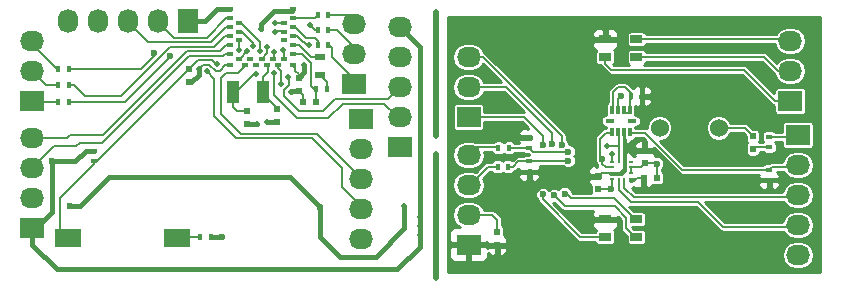
<source format=gbr>
G04 #@! TF.FileFunction,Copper,L1,Top,Signal*
%FSLAX46Y46*%
G04 Gerber Fmt 4.6, Leading zero omitted, Abs format (unit mm)*
G04 Created by KiCad (PCBNEW 4.0.2+dfsg1-stable) date Fri 06 Oct 2017 12:43:40 PM EEST*
%MOMM*%
G01*
G04 APERTURE LIST*
%ADD10C,0.100000*%
%ADD11R,0.600000X0.400000*%
%ADD12R,0.500000X0.600000*%
%ADD13C,1.524000*%
%ADD14R,2.032000X1.727200*%
%ADD15O,2.032000X1.727200*%
%ADD16R,0.600000X0.500000*%
%ADD17R,0.900000X0.500000*%
%ADD18R,0.400000X0.600000*%
%ADD19R,0.280000X0.410000*%
%ADD20R,0.410000X0.280000*%
%ADD21R,1.727200X2.032000*%
%ADD22O,1.727200X2.032000*%
%ADD23R,2.180000X1.600000*%
%ADD24R,1.100000X1.900000*%
%ADD25R,1.000000X0.700000*%
%ADD26O,0.500000X11.000000*%
%ADD27R,0.300000X0.800000*%
%ADD28R,0.800000X0.300000*%
%ADD29R,0.550000X0.400000*%
%ADD30C,0.500000*%
%ADD31C,0.600000*%
%ADD32C,0.200000*%
%ADD33C,0.400000*%
%ADD34C,0.254000*%
G04 APERTURE END LIST*
D10*
D11*
X98806000Y-70173000D03*
X98806000Y-69273000D03*
D12*
X141541500Y-71417000D03*
X141541500Y-72517000D03*
D13*
X146725000Y-67310000D03*
X151725000Y-67310000D03*
D14*
X93599000Y-65024000D03*
D15*
X93599000Y-62484000D03*
X93599000Y-59944000D03*
D14*
X93599000Y-75819000D03*
D15*
X93599000Y-73279000D03*
X93599000Y-70739000D03*
X93599000Y-68199000D03*
D16*
X117644000Y-65151000D03*
X116544000Y-65151000D03*
D17*
X117983000Y-61353000D03*
X117983000Y-62853000D03*
D18*
X118560000Y-64008000D03*
X117660000Y-64008000D03*
D19*
X143760000Y-70114500D03*
X143260000Y-70114500D03*
X143760000Y-71744500D03*
X143260000Y-71744500D03*
D20*
X142695000Y-70179500D03*
X142695000Y-70679500D03*
X142695000Y-71179500D03*
X142695000Y-71679500D03*
X144325000Y-71679500D03*
X144325000Y-71179500D03*
X144325000Y-70679500D03*
X144325000Y-70179500D03*
D12*
X145478500Y-69236500D03*
X145478500Y-70336500D03*
X132969000Y-77258000D03*
X132969000Y-76158000D03*
D16*
X145373000Y-71564500D03*
X146473000Y-71564500D03*
D12*
X111760000Y-65871000D03*
X111760000Y-66971000D03*
X114300000Y-65744000D03*
X114300000Y-66844000D03*
X116205000Y-63077000D03*
X116205000Y-64177000D03*
X154622500Y-69130000D03*
X154622500Y-68030000D03*
X106870500Y-62378500D03*
X106870500Y-63478500D03*
D21*
X106807000Y-58293000D03*
D22*
X104267000Y-58293000D03*
X101727000Y-58293000D03*
X99187000Y-58293000D03*
X96647000Y-58293000D03*
D14*
X124714000Y-68961000D03*
D15*
X124714000Y-66421000D03*
X124714000Y-63881000D03*
X124714000Y-61341000D03*
X124714000Y-58801000D03*
D11*
X135699500Y-71062000D03*
X135699500Y-70162000D03*
X135699500Y-68130000D03*
X135699500Y-69030000D03*
D18*
X107812000Y-76581000D03*
X108712000Y-76581000D03*
D11*
X156019500Y-71760500D03*
X156019500Y-70860500D03*
D18*
X144330000Y-64643000D03*
X145230000Y-64643000D03*
D11*
X156019500Y-68066500D03*
X156019500Y-68966500D03*
D18*
X117787000Y-60325000D03*
X118687000Y-60325000D03*
X117787000Y-59055000D03*
X118687000Y-59055000D03*
X117787000Y-57785000D03*
X118687000Y-57785000D03*
X96716000Y-65151000D03*
X95816000Y-65151000D03*
X96716000Y-63690500D03*
X95816000Y-63690500D03*
X96716000Y-62357000D03*
X95816000Y-62357000D03*
D23*
X105892600Y-76669900D03*
X96647000Y-76644500D03*
D24*
X113137000Y-64262000D03*
X110637000Y-64262000D03*
D14*
X120840500Y-63627000D03*
D15*
X120840500Y-61087000D03*
X120840500Y-58547000D03*
D14*
X157797500Y-65024000D03*
D15*
X157797500Y-62484000D03*
X157797500Y-59944000D03*
D14*
X130556000Y-66421000D03*
D15*
X130556000Y-63881000D03*
X130556000Y-61341000D03*
D14*
X130556000Y-77216000D03*
D15*
X130556000Y-74676000D03*
X130556000Y-72136000D03*
X130556000Y-69596000D03*
D25*
X142116500Y-59829000D03*
X144776500Y-59829000D03*
X144776500Y-61329000D03*
X142116500Y-61329000D03*
X142116500Y-75069000D03*
X144776500Y-75069000D03*
X144776500Y-76569000D03*
X142116500Y-76569000D03*
D14*
X121475500Y-66548000D03*
D15*
X121475500Y-69088000D03*
X121475500Y-71628000D03*
X121475500Y-74168000D03*
X121475500Y-76708000D03*
D14*
X158432500Y-67945000D03*
D15*
X158432500Y-70485000D03*
X158432500Y-73025000D03*
X158432500Y-75565000D03*
X158432500Y-78105000D03*
D18*
X133090500Y-69024500D03*
X133990500Y-69024500D03*
X133021500Y-70612000D03*
X133921500Y-70612000D03*
D26*
X127762000Y-62738000D03*
X127762000Y-74803000D03*
D27*
X142700500Y-65791000D03*
X143200500Y-65791000D03*
X143700500Y-65791000D03*
X144200500Y-65791000D03*
X144200500Y-67691000D03*
X143700500Y-67691000D03*
X143200500Y-67691000D03*
X142700500Y-67691000D03*
D28*
X144400500Y-66741000D03*
X142500500Y-66741000D03*
D29*
X115710000Y-57295000D03*
X115710000Y-58045000D03*
X114935000Y-58420000D03*
X115710000Y-58795000D03*
X114935000Y-59170000D03*
X115710000Y-59545000D03*
X114935000Y-59920000D03*
X115710000Y-60295000D03*
X115710000Y-61045000D03*
X115710000Y-62045000D03*
X114935000Y-61460000D03*
X114460000Y-62045000D03*
X113985000Y-61460000D03*
X113510000Y-62045000D03*
X113035000Y-61460000D03*
X112560000Y-62045000D03*
X112085000Y-61460000D03*
X111610000Y-62045000D03*
X111135000Y-61460000D03*
X110360000Y-62045000D03*
X110360000Y-61045000D03*
X110360000Y-60295000D03*
X110360000Y-59545000D03*
X111135000Y-59920000D03*
X111135000Y-59170000D03*
X111135000Y-58420000D03*
X110360000Y-58795000D03*
X110360000Y-58045000D03*
X110360000Y-57295000D03*
D30*
X114681000Y-63627000D03*
X115506500Y-64325500D03*
X113496000Y-66844000D03*
X112627500Y-66971000D03*
D31*
X109664500Y-76581000D03*
D30*
X112966500Y-58991500D03*
X107696000Y-62357000D03*
X142240000Y-68834000D03*
D31*
X139001500Y-69342000D03*
X139001500Y-70104000D03*
X141859000Y-69977000D03*
X96774000Y-73977500D03*
X117983000Y-74041000D03*
D30*
X125095000Y-73977500D03*
X113474500Y-60452000D03*
X112585500Y-62738000D03*
D31*
X95250000Y-70167500D03*
D30*
X126428500Y-76390500D03*
X126428500Y-74866500D03*
X126428500Y-75628500D03*
X116649500Y-62039500D03*
X109283500Y-61912500D03*
X112903000Y-60833000D03*
D31*
X136842500Y-72961500D03*
X136842500Y-68770500D03*
X137604500Y-68707000D03*
X137795000Y-73024996D03*
X138684000Y-72898000D03*
X138429998Y-68770500D03*
D30*
X117094000Y-58610500D03*
X114173000Y-58420000D03*
D31*
X105283000Y-61277500D03*
D30*
X111125000Y-60706000D03*
D31*
X103949500Y-60960000D03*
D30*
X112331500Y-60388500D03*
X115252500Y-63055500D03*
X114808000Y-60769500D03*
X114109500Y-60896500D03*
X114109500Y-62674500D03*
X114173000Y-59182000D03*
X117030500Y-60325000D03*
D31*
X149415500Y-74422000D03*
X149352000Y-71691500D03*
X148209000Y-74358500D03*
X148209000Y-71691500D03*
D30*
X142684500Y-69532500D03*
D31*
X143446500Y-64643000D03*
X146494500Y-70358000D03*
X142621000Y-72517000D03*
D30*
X108394500Y-62547500D03*
X111823500Y-60833000D03*
D32*
X115710000Y-61045000D02*
X116417000Y-61045000D01*
X116417000Y-61045000D02*
X117221000Y-61849000D01*
X117221000Y-61849000D02*
X117221000Y-63754000D01*
X117221000Y-63754000D02*
X117475000Y-64008000D01*
X117475000Y-64008000D02*
X117660000Y-64008000D01*
X117660000Y-64008000D02*
X117660000Y-65135000D01*
X117660000Y-65135000D02*
X117644000Y-65151000D01*
D33*
X116205000Y-64177000D02*
X115655000Y-64177000D01*
X115655000Y-64177000D02*
X115506500Y-64325500D01*
X114300000Y-66844000D02*
X113496000Y-66844000D01*
X106870500Y-63478500D02*
X107082500Y-63478500D01*
X107082500Y-63478500D02*
X107696000Y-62865000D01*
X109664500Y-76581000D02*
X108712000Y-76581000D01*
X112966500Y-58991500D02*
X112966500Y-58547000D01*
X112966500Y-58547000D02*
X114109500Y-57404000D01*
X114109500Y-57404000D02*
X115601000Y-57404000D01*
X115601000Y-57404000D02*
X115710000Y-57295000D01*
X107696000Y-62865000D02*
X107696000Y-62357000D01*
X110360000Y-57295000D02*
X109265500Y-57295000D01*
X109265500Y-57295000D02*
X108267500Y-58293000D01*
X108267500Y-58293000D02*
X106807000Y-58293000D01*
D32*
X107696000Y-62357000D02*
X108077000Y-61976000D01*
X108077000Y-61976000D02*
X108585000Y-61976000D01*
X108585000Y-61976000D02*
X109156500Y-62547500D01*
X109156500Y-62547500D02*
X109474000Y-62547500D01*
X109474000Y-62547500D02*
X109976500Y-62045000D01*
X109976500Y-62045000D02*
X110360000Y-62045000D01*
X114681000Y-63309500D02*
X114681000Y-63627000D01*
X114681000Y-63309500D02*
X114681000Y-62484000D01*
X114681000Y-62484000D02*
X114460000Y-62263000D01*
X114460000Y-62263000D02*
X114460000Y-62045000D01*
X110360000Y-62045000D02*
X110178000Y-62045000D01*
D33*
X121285000Y-76517500D02*
X121475500Y-76708000D01*
X111760000Y-66971000D02*
X112627500Y-66971000D01*
X112627500Y-66971000D02*
X112649000Y-66992500D01*
D32*
X116544000Y-65151000D02*
X116544000Y-64516000D01*
X116544000Y-64516000D02*
X116205000Y-64177000D01*
X117243000Y-61353000D02*
X117983000Y-61353000D01*
X115710000Y-60295000D02*
X116185000Y-60295000D01*
X116185000Y-60295000D02*
X117243000Y-61353000D01*
X117983000Y-62853000D02*
X118554500Y-63424500D01*
X118554500Y-63424500D02*
X118554500Y-64002500D01*
X118554500Y-64002500D02*
X118560000Y-64008000D01*
X143256000Y-68834000D02*
X142240000Y-68834000D01*
X133990500Y-69024500D02*
X135694000Y-69024500D01*
X135694000Y-69024500D02*
X135699500Y-69030000D01*
X136017000Y-69342000D02*
X138577236Y-69342000D01*
X135699500Y-69024500D02*
X136017000Y-69342000D01*
X138577236Y-69342000D02*
X139001500Y-69342000D01*
X143256000Y-69088000D02*
X143256000Y-68834000D01*
X143256000Y-68834000D02*
X143256000Y-67740000D01*
X143256000Y-69596000D02*
X143256000Y-69088000D01*
X143260000Y-70231000D02*
X143260000Y-69092000D01*
X143260000Y-69092000D02*
X143256000Y-69088000D01*
X158496000Y-73152000D02*
X144526000Y-73152000D01*
X144526000Y-73152000D02*
X143760000Y-72386000D01*
X143760000Y-72386000D02*
X143760000Y-71744500D01*
X158300000Y-72956000D02*
X158496000Y-73152000D01*
X158496000Y-75692000D02*
X152082500Y-75692000D01*
X152082500Y-75692000D02*
X149987000Y-73596500D01*
X149987000Y-73596500D02*
X144272000Y-73596500D01*
X144272000Y-73596500D02*
X143260000Y-72584500D01*
X143260000Y-72584500D02*
X143260000Y-71744500D01*
X138943500Y-70162000D02*
X139001500Y-70104000D01*
X135699500Y-70162000D02*
X138943500Y-70162000D01*
X141859000Y-69977000D02*
X141859000Y-69913500D01*
X141859000Y-69913500D02*
X141668500Y-69723000D01*
X141668500Y-69723000D02*
X141668500Y-68262500D01*
X141668500Y-68262500D02*
X142176500Y-67754500D01*
X142176500Y-67754500D02*
X142494000Y-67754500D01*
X142494000Y-67754500D02*
X142508500Y-67740000D01*
X142508500Y-67740000D02*
X142756000Y-67740000D01*
X133921500Y-70612000D02*
X134321500Y-70612000D01*
X134321500Y-70612000D02*
X134771500Y-70162000D01*
X134771500Y-70162000D02*
X135699500Y-70162000D01*
X142641000Y-70670000D02*
X142171000Y-70670000D01*
X142171000Y-70670000D02*
X141859000Y-70358000D01*
X141859000Y-70358000D02*
X141859000Y-69977000D01*
D33*
X96774000Y-73977500D02*
X97648526Y-73977500D01*
X97648526Y-73977500D02*
X100156119Y-71469907D01*
X100156119Y-71469907D02*
X115411907Y-71469907D01*
X115411907Y-71469907D02*
X117983000Y-74041000D01*
X117983000Y-76581000D02*
X119634000Y-78232000D01*
X125095000Y-75823200D02*
X125095000Y-73977500D01*
X117983000Y-74041000D02*
X117983000Y-76581000D01*
X119634000Y-78232000D02*
X122686200Y-78232000D01*
X122686200Y-78232000D02*
X125095000Y-75823200D01*
D32*
X154622500Y-68030000D02*
X154622500Y-67980000D01*
X154622500Y-67980000D02*
X153952500Y-67310000D01*
X153952500Y-67310000D02*
X152802630Y-67310000D01*
X152802630Y-67310000D02*
X151725000Y-67310000D01*
X113474500Y-60452000D02*
X113474500Y-61020500D01*
X113474500Y-61020500D02*
X113035000Y-61460000D01*
X112395000Y-62738000D02*
X112585500Y-62738000D01*
X111760000Y-65871000D02*
X110956000Y-65871000D01*
X110956000Y-65871000D02*
X110637000Y-65552000D01*
X110637000Y-65552000D02*
X110637000Y-64135000D01*
X110637000Y-64135000D02*
X110998000Y-64135000D01*
X110998000Y-64135000D02*
X112395000Y-62738000D01*
X114300000Y-65617000D02*
X113157000Y-64474000D01*
X113157000Y-64474000D02*
X113157000Y-64155000D01*
X113157000Y-64155000D02*
X113137000Y-64135000D01*
X113137000Y-64135000D02*
X113137000Y-63012000D01*
X113137000Y-63012000D02*
X113538000Y-62611000D01*
X113538000Y-62611000D02*
X113538000Y-62073000D01*
X113538000Y-62073000D02*
X113510000Y-62045000D01*
D33*
X126428500Y-76390500D02*
X126428500Y-77406500D01*
X126428500Y-77406500D02*
X124523500Y-79311500D01*
X124523500Y-79311500D02*
X95694500Y-79311500D01*
X95694500Y-79311500D02*
X93599000Y-77216000D01*
X93599000Y-77216000D02*
X93599000Y-75819000D01*
X95250000Y-70167500D02*
X95250000Y-74485500D01*
X95250000Y-74485500D02*
X93916500Y-75819000D01*
X93916500Y-75819000D02*
X93599000Y-75819000D01*
X95250000Y-70167500D02*
X97245579Y-70167500D01*
X97245579Y-70167500D02*
X98140079Y-69273000D01*
X98140079Y-69273000D02*
X98806000Y-69273000D01*
X126428500Y-76390500D02*
X126428500Y-75628500D01*
X126428500Y-75628500D02*
X126428500Y-74866500D01*
X126428500Y-74866500D02*
X126428500Y-60515500D01*
X126428500Y-60515500D02*
X124714000Y-58801000D01*
X116649500Y-62039500D02*
X116649500Y-62632500D01*
X116649500Y-62632500D02*
X116205000Y-63077000D01*
D32*
X116205000Y-63077000D02*
X116205000Y-62801500D01*
X116205000Y-62801500D02*
X115887500Y-62484000D01*
X115887500Y-62484000D02*
X115887500Y-62222500D01*
X115887500Y-62222500D02*
X115710000Y-62045000D01*
X115726000Y-62061000D02*
X115710000Y-62045000D01*
X156019500Y-68966500D02*
X154786000Y-68966500D01*
X106870500Y-62378500D02*
X106879566Y-62378500D01*
X106879566Y-62378500D02*
X107663066Y-61595000D01*
X107663066Y-61595000D02*
X108839000Y-61595000D01*
X108839000Y-61595000D02*
X109156500Y-61912500D01*
X109156500Y-61912500D02*
X109283500Y-61912500D01*
X98806000Y-70173000D02*
X99076000Y-70173000D01*
X99076000Y-70173000D02*
X105798564Y-63450436D01*
X105798564Y-63450436D02*
X106870500Y-62378500D01*
X98806000Y-70173000D02*
X98806000Y-70421500D01*
X98806000Y-70421500D02*
X95948500Y-73279000D01*
X95948500Y-73279000D02*
X95948500Y-76236000D01*
X95948500Y-76236000D02*
X96357000Y-76644500D01*
X96357000Y-76644500D02*
X96647000Y-76644500D01*
X112903000Y-60833000D02*
X112903000Y-60071000D01*
X112903000Y-60071000D02*
X111252000Y-58420000D01*
X111252000Y-58420000D02*
X111135000Y-58420000D01*
X96647000Y-76009500D02*
X96647000Y-76644500D01*
X142116500Y-61329000D02*
X142116500Y-61879000D01*
X153860500Y-62420500D02*
X156464000Y-65024000D01*
X142116500Y-61879000D02*
X142658000Y-62420500D01*
X142658000Y-62420500D02*
X153860500Y-62420500D01*
X156464000Y-65024000D02*
X157797500Y-65024000D01*
X155563000Y-61329000D02*
X155892500Y-61658500D01*
X155892500Y-61658500D02*
X155956000Y-61722000D01*
X157797500Y-62484000D02*
X156718000Y-62484000D01*
X156718000Y-62484000D02*
X155892500Y-61658500D01*
X144776500Y-61329000D02*
X155563000Y-61329000D01*
X144776500Y-59829000D02*
X157682500Y-59829000D01*
X157682500Y-59829000D02*
X157797500Y-59944000D01*
X130556000Y-66421000D02*
X135255000Y-66421000D01*
X135255000Y-66421000D02*
X136842500Y-68008500D01*
X136842500Y-68008500D02*
X136842500Y-68770500D01*
X136842500Y-73385764D02*
X136842500Y-72961500D01*
X142116500Y-76569000D02*
X140025736Y-76569000D01*
X140025736Y-76569000D02*
X136842500Y-73385764D01*
X137604500Y-68707000D02*
X137604500Y-67754500D01*
X137604500Y-67754500D02*
X133731000Y-63881000D01*
X133731000Y-63881000D02*
X130556000Y-63881000D01*
X138094999Y-73324995D02*
X137795000Y-73024996D01*
X138747504Y-73977500D02*
X138094999Y-73324995D01*
X142938500Y-73977500D02*
X138747504Y-73977500D01*
X143891000Y-75833500D02*
X143891000Y-74930000D01*
X144626500Y-76569000D02*
X143891000Y-75833500D01*
X144776500Y-76569000D02*
X144626500Y-76569000D01*
X143891000Y-74930000D02*
X142938500Y-73977500D01*
X138684000Y-72898000D02*
X138854272Y-72898000D01*
X138854272Y-72898000D02*
X139235272Y-73279000D01*
X139235272Y-73279000D02*
X142836500Y-73279000D01*
X142836500Y-73279000D02*
X144626500Y-75069000D01*
X144626500Y-75069000D02*
X144776500Y-75069000D01*
X130556000Y-61341000D02*
X131772000Y-61341000D01*
X131772000Y-61341000D02*
X138430000Y-67999000D01*
X138430000Y-67999000D02*
X138430000Y-68770498D01*
X138430000Y-68770498D02*
X138429998Y-68770500D01*
X115710000Y-58795000D02*
X115881500Y-58795000D01*
X116776500Y-59690000D02*
X117538500Y-59690000D01*
X115881500Y-58795000D02*
X116776500Y-59690000D01*
X117538500Y-59690000D02*
X117787000Y-59938500D01*
X117787000Y-59938500D02*
X117787000Y-60325000D01*
X117094000Y-58610500D02*
X117538500Y-59055000D01*
X117538500Y-59055000D02*
X117787000Y-59055000D01*
X114173000Y-58420000D02*
X114935000Y-58420000D01*
X117787000Y-59049500D02*
X117787000Y-59055000D01*
X117787000Y-57785000D02*
X117533000Y-58039000D01*
X117533000Y-58039000D02*
X115716000Y-58039000D01*
X115716000Y-58039000D02*
X115710000Y-58045000D01*
X98933000Y-65151000D02*
X96716000Y-65151000D01*
X105283000Y-61277500D02*
X105283000Y-61341000D01*
X101473000Y-65151000D02*
X98933000Y-65151000D01*
X105283000Y-61341000D02*
X101473000Y-65151000D01*
X111125000Y-60706000D02*
X111135000Y-60696000D01*
X111135000Y-60696000D02*
X111135000Y-59920000D01*
X103949500Y-60960000D02*
X103949500Y-61214000D01*
X103949500Y-61214000D02*
X102806500Y-62357000D01*
X102806500Y-62357000D02*
X96716000Y-62357000D01*
X112331500Y-60388500D02*
X112331500Y-60134500D01*
X112331500Y-60134500D02*
X111367000Y-59170000D01*
X111367000Y-59170000D02*
X111135000Y-59170000D01*
X110360000Y-59545000D02*
X109936500Y-59545000D01*
X101092000Y-64643000D02*
X98107500Y-64643000D01*
X109936500Y-59545000D02*
X109029500Y-60452000D01*
X109029500Y-60452000D02*
X105283000Y-60452000D01*
X105283000Y-60452000D02*
X101092000Y-64643000D01*
X98107500Y-64643000D02*
X97155000Y-63690500D01*
X97155000Y-63690500D02*
X96716000Y-63690500D01*
X115252500Y-63055500D02*
X115316000Y-63119000D01*
X115316000Y-63119000D02*
X115316000Y-63715992D01*
X115316000Y-63715992D02*
X114935000Y-64096992D01*
X114935000Y-64096992D02*
X114935000Y-64643000D01*
X114935000Y-64643000D02*
X116205000Y-65913000D01*
X116205000Y-65913000D02*
X118237000Y-65913000D01*
X118237000Y-65913000D02*
X119253000Y-64897000D01*
X119253000Y-64897000D02*
X123698000Y-64897000D01*
X123698000Y-64897000D02*
X124714000Y-63881000D01*
X114808000Y-60769500D02*
X114935000Y-60896500D01*
X114935000Y-60896500D02*
X114935000Y-61460000D01*
X124714000Y-66421000D02*
X124561600Y-66421000D01*
X114109500Y-63055500D02*
X114109500Y-62674500D01*
X124561600Y-66421000D02*
X123418600Y-65278000D01*
X123418600Y-65278000D02*
X119888000Y-65278000D01*
X119888000Y-65278000D02*
X118681500Y-66484500D01*
X118681500Y-66484500D02*
X116014500Y-66484500D01*
X116014500Y-66484500D02*
X114109500Y-64579500D01*
X114109500Y-64579500D02*
X114109500Y-63055500D01*
X114109500Y-60896500D02*
X114109500Y-61335500D01*
X114109500Y-61335500D02*
X113985000Y-61460000D01*
X114173000Y-59182000D02*
X114236500Y-59118500D01*
X114236500Y-59118500D02*
X114883500Y-59118500D01*
X114883500Y-59118500D02*
X114935000Y-59170000D01*
X121539000Y-69215000D02*
X121412000Y-69215000D01*
X93599000Y-70739000D02*
X95440500Y-68897500D01*
X95440500Y-68897500D02*
X97299456Y-68897500D01*
X97299456Y-68897500D02*
X97628912Y-68568044D01*
X97628912Y-68568044D02*
X99516456Y-68568044D01*
X99516456Y-68568044D02*
X106870500Y-61214000D01*
X106870500Y-61214000D02*
X109751079Y-61214000D01*
X109751079Y-61214000D02*
X109913748Y-61051331D01*
X109913748Y-61051331D02*
X110353669Y-61051331D01*
X110353669Y-61051331D02*
X110360000Y-61045000D01*
X110285000Y-61045000D02*
X110360000Y-61045000D01*
X110360000Y-60295000D02*
X110012000Y-60295000D01*
X110012000Y-60295000D02*
X109474000Y-60833000D01*
X109474000Y-60833000D02*
X106680000Y-60833000D01*
X106680000Y-60833000D02*
X99570906Y-67942094D01*
X99570906Y-67942094D02*
X96840406Y-67942094D01*
X96840406Y-67942094D02*
X96583500Y-68199000D01*
X96583500Y-68199000D02*
X93599000Y-68199000D01*
X93751400Y-68199000D02*
X93599000Y-68199000D01*
X110360000Y-60295000D02*
X110285000Y-60295000D01*
X110266000Y-60295000D02*
X110360000Y-60295000D01*
X110360000Y-58795000D02*
X109988000Y-58795000D01*
X109988000Y-58795000D02*
X108712000Y-60071000D01*
X108712000Y-60071000D02*
X103441500Y-60071000D01*
X103441500Y-60071000D02*
X101917500Y-58547000D01*
X101917500Y-58293000D02*
X101854000Y-58229500D01*
X110360000Y-58795000D02*
X110285000Y-58795000D01*
X110360000Y-58045000D02*
X110039500Y-58045000D01*
X110039500Y-58045000D02*
X108394500Y-59690000D01*
X108394500Y-59690000D02*
X105600500Y-59690000D01*
X105600500Y-59690000D02*
X104457500Y-58547000D01*
X110360000Y-58045000D02*
X110178500Y-58045000D01*
X156019500Y-70860500D02*
X148648000Y-70860500D01*
X148648000Y-70860500D02*
X145527500Y-67740000D01*
X145527500Y-67740000D02*
X144256000Y-67740000D01*
X158496000Y-70612000D02*
X156268000Y-70612000D01*
X156268000Y-70612000D02*
X156019500Y-70860500D01*
X158496000Y-70612000D02*
X158242000Y-70866000D01*
X107812000Y-76581000D02*
X105981500Y-76581000D01*
X105981500Y-76581000D02*
X105892600Y-76669900D01*
X106108500Y-76009500D02*
X106146600Y-75971400D01*
X143814000Y-63881000D02*
X143192500Y-63881000D01*
X144330000Y-64897000D02*
X144330000Y-64397000D01*
X144330000Y-64397000D02*
X143814000Y-63881000D01*
X142756000Y-66040000D02*
X142756000Y-64317500D01*
X142756000Y-64317500D02*
X143192500Y-63881000D01*
X144256000Y-66040000D02*
X143756000Y-66040000D01*
X144256000Y-66040000D02*
X144256000Y-64971000D01*
X144256000Y-64971000D02*
X144330000Y-64897000D01*
X120650000Y-62865000D02*
X120497600Y-62865000D01*
X120497600Y-62865000D02*
X118999000Y-61366400D01*
X118999000Y-60579000D02*
X118745000Y-60325000D01*
X118999000Y-61366400D02*
X118999000Y-60579000D01*
X118745000Y-60325000D02*
X118687000Y-60325000D01*
X118687000Y-59055000D02*
X119380000Y-59055000D01*
X119380000Y-59055000D02*
X120650000Y-60325000D01*
X118687000Y-57785000D02*
X120650000Y-57785000D01*
X95816000Y-65151000D02*
X93726000Y-65151000D01*
X93726000Y-65151000D02*
X93599000Y-65024000D01*
X93599000Y-65024000D02*
X93751400Y-65024000D01*
X95816000Y-63690500D02*
X94805500Y-63690500D01*
X94805500Y-63690500D02*
X93599000Y-62484000D01*
X93751400Y-62484000D02*
X93599000Y-62484000D01*
X95694500Y-62357000D02*
X93599000Y-60261500D01*
X93599000Y-60261500D02*
X93599000Y-59944000D01*
X95816000Y-62357000D02*
X95694500Y-62357000D01*
X94513400Y-59944000D02*
X94361000Y-59944000D01*
X115710000Y-59545000D02*
X115996500Y-59545000D01*
X115996500Y-59545000D02*
X116522500Y-60071000D01*
X116522500Y-60071000D02*
X116649508Y-60071000D01*
X116649508Y-60071000D02*
X116967008Y-60388500D01*
X121539000Y-66675000D02*
X121475500Y-66611500D01*
X158496000Y-68072000D02*
X156025000Y-68072000D01*
X156025000Y-68072000D02*
X156019500Y-68066500D01*
X148209000Y-71691500D02*
X149352000Y-71691500D01*
X145859500Y-72517000D02*
X147383500Y-72517000D01*
X147383500Y-72517000D02*
X148209000Y-71691500D01*
X145373000Y-72030500D02*
X145859500Y-72517000D01*
X145373000Y-71564500D02*
X145373000Y-72030500D01*
X132969000Y-77258000D02*
X134959000Y-77258000D01*
X134959000Y-77258000D02*
X135001000Y-77216000D01*
X144730000Y-71679500D02*
X144845000Y-71564500D01*
X144845000Y-71564500D02*
X145373000Y-71564500D01*
X132969000Y-77258000D02*
X134535000Y-77258000D01*
X134535000Y-77258000D02*
X134556500Y-77279500D01*
X144325000Y-71679500D02*
X144730000Y-71679500D01*
X141541500Y-71417000D02*
X141779000Y-71179500D01*
X141779000Y-71179500D02*
X142695000Y-71179500D01*
D33*
X130556000Y-77216000D02*
X132927000Y-77216000D01*
X132927000Y-77216000D02*
X132969000Y-77258000D01*
D32*
X142695000Y-70179500D02*
X142695000Y-69543000D01*
X142695000Y-69543000D02*
X142684500Y-69532500D01*
X143200500Y-65791000D02*
X143200500Y-64889000D01*
X143200500Y-64889000D02*
X143446500Y-64643000D01*
X142695000Y-69416000D02*
X142684500Y-69405500D01*
X145478500Y-70336500D02*
X146473000Y-70336500D01*
X146473000Y-70336500D02*
X146494500Y-70358000D01*
X146473000Y-71564500D02*
X146473000Y-70379500D01*
X146473000Y-70379500D02*
X146494500Y-70358000D01*
X144325000Y-70679500D02*
X145135500Y-70679500D01*
X145135500Y-70679500D02*
X145478500Y-70336500D01*
X144325000Y-71179500D02*
X144325000Y-70679500D01*
X142695000Y-71679500D02*
X142695000Y-72443000D01*
X142695000Y-72443000D02*
X142621000Y-72517000D01*
X141541500Y-72517000D02*
X142621000Y-72517000D01*
X132524500Y-74676000D02*
X132969000Y-75120500D01*
X132969000Y-75120500D02*
X132969000Y-76158000D01*
X130556000Y-74676000D02*
X132524500Y-74676000D01*
X108394500Y-62547500D02*
X109029500Y-63182500D01*
X109029500Y-63182500D02*
X109029500Y-66357500D01*
X109029500Y-66357500D02*
X110871000Y-68199000D01*
X121475500Y-73977500D02*
X121475500Y-74168000D01*
X110871000Y-68199000D02*
X117284500Y-68199000D01*
X117284500Y-68199000D02*
X119824500Y-70739000D01*
X119824500Y-70739000D02*
X119824500Y-72326500D01*
X119824500Y-72326500D02*
X121475500Y-73977500D01*
X111135000Y-61460000D02*
X111196500Y-61460000D01*
X111196500Y-61460000D02*
X111823500Y-60833000D01*
X111610000Y-62045000D02*
X111610000Y-62062500D01*
X111610000Y-62062500D02*
X110998000Y-62674500D01*
X110998000Y-62674500D02*
X110045500Y-62674500D01*
X110045500Y-62674500D02*
X109601000Y-63119000D01*
X109601000Y-63119000D02*
X109601000Y-66167000D01*
X109601000Y-66167000D02*
X111252000Y-67818000D01*
X111252000Y-67818000D02*
X117729000Y-67818000D01*
X117729000Y-67818000D02*
X121475500Y-71564500D01*
X121475500Y-71564500D02*
X121475500Y-71628000D01*
X130556000Y-72136000D02*
X130683000Y-72136000D01*
X130683000Y-72136000D02*
X132207000Y-70612000D01*
X132207000Y-70612000D02*
X133021500Y-70612000D01*
X130556000Y-69596000D02*
X131191000Y-68961000D01*
X131191000Y-68961000D02*
X133032500Y-68961000D01*
X133032500Y-68961000D02*
X133032500Y-68966500D01*
X133032500Y-68966500D02*
X133090500Y-69024500D01*
X131127500Y-69024500D02*
X130556000Y-69596000D01*
D34*
G36*
X160274000Y-79502000D02*
X128778000Y-79502000D01*
X128778000Y-77501750D01*
X128905000Y-77501750D01*
X128905000Y-78205909D01*
X129001673Y-78439298D01*
X129180301Y-78617927D01*
X129413690Y-78714600D01*
X130270250Y-78714600D01*
X130429000Y-78555850D01*
X130429000Y-77343000D01*
X130683000Y-77343000D01*
X130683000Y-78555850D01*
X130841750Y-78714600D01*
X131698310Y-78714600D01*
X131931699Y-78617927D01*
X132110327Y-78439298D01*
X132207000Y-78205909D01*
X132207000Y-77944025D01*
X132359301Y-78096327D01*
X132592690Y-78193000D01*
X132685250Y-78193000D01*
X132844000Y-78034250D01*
X132844000Y-77385000D01*
X133094000Y-77385000D01*
X133094000Y-78034250D01*
X133252750Y-78193000D01*
X133345310Y-78193000D01*
X133557760Y-78105000D01*
X157063189Y-78105000D01*
X157153818Y-78560623D01*
X157411908Y-78946881D01*
X157798166Y-79204971D01*
X158253789Y-79295600D01*
X158611211Y-79295600D01*
X159066834Y-79204971D01*
X159453092Y-78946881D01*
X159711182Y-78560623D01*
X159801811Y-78105000D01*
X159711182Y-77649377D01*
X159453092Y-77263119D01*
X159066834Y-77005029D01*
X158611211Y-76914400D01*
X158253789Y-76914400D01*
X157798166Y-77005029D01*
X157411908Y-77263119D01*
X157153818Y-77649377D01*
X157063189Y-78105000D01*
X133557760Y-78105000D01*
X133578699Y-78096327D01*
X133757327Y-77917698D01*
X133854000Y-77684309D01*
X133854000Y-77543750D01*
X133695250Y-77385000D01*
X133094000Y-77385000D01*
X132844000Y-77385000D01*
X132242750Y-77385000D01*
X132166500Y-77461250D01*
X132048250Y-77343000D01*
X130683000Y-77343000D01*
X130429000Y-77343000D01*
X129063750Y-77343000D01*
X128905000Y-77501750D01*
X128778000Y-77501750D01*
X128778000Y-76226091D01*
X128905000Y-76226091D01*
X128905000Y-76930250D01*
X129063750Y-77089000D01*
X130429000Y-77089000D01*
X130429000Y-77069000D01*
X130683000Y-77069000D01*
X130683000Y-77089000D01*
X132048250Y-77089000D01*
X132124500Y-77012750D01*
X132242750Y-77131000D01*
X132844000Y-77131000D01*
X132844000Y-77111000D01*
X133094000Y-77111000D01*
X133094000Y-77131000D01*
X133695250Y-77131000D01*
X133854000Y-76972250D01*
X133854000Y-76831691D01*
X133757327Y-76598302D01*
X133578699Y-76419673D01*
X133552406Y-76408782D01*
X133552406Y-75858000D01*
X133529605Y-75736821D01*
X133457988Y-75625526D01*
X133396000Y-75583171D01*
X133396000Y-75120505D01*
X133396001Y-75120500D01*
X133363497Y-74957094D01*
X133270935Y-74818565D01*
X132826435Y-74374065D01*
X132687906Y-74281503D01*
X132524500Y-74248999D01*
X132524495Y-74249000D01*
X131840375Y-74249000D01*
X131834682Y-74220377D01*
X131576592Y-73834119D01*
X131190334Y-73576029D01*
X130734711Y-73485400D01*
X130377289Y-73485400D01*
X129921666Y-73576029D01*
X129535408Y-73834119D01*
X129277318Y-74220377D01*
X129186689Y-74676000D01*
X129277318Y-75131623D01*
X129535408Y-75517881D01*
X129834009Y-75717400D01*
X129413690Y-75717400D01*
X129180301Y-75814073D01*
X129001673Y-75992702D01*
X128905000Y-76226091D01*
X128778000Y-76226091D01*
X128778000Y-61341000D01*
X129186689Y-61341000D01*
X129277318Y-61796623D01*
X129535408Y-62182881D01*
X129921666Y-62440971D01*
X130377289Y-62531600D01*
X130734711Y-62531600D01*
X131190334Y-62440971D01*
X131576592Y-62182881D01*
X131750196Y-61923066D01*
X133281130Y-63454000D01*
X131840375Y-63454000D01*
X131834682Y-63425377D01*
X131576592Y-63039119D01*
X131190334Y-62781029D01*
X130734711Y-62690400D01*
X130377289Y-62690400D01*
X129921666Y-62781029D01*
X129535408Y-63039119D01*
X129277318Y-63425377D01*
X129186689Y-63881000D01*
X129277318Y-64336623D01*
X129535408Y-64722881D01*
X129921666Y-64980971D01*
X130377289Y-65071600D01*
X130734711Y-65071600D01*
X131190334Y-64980971D01*
X131576592Y-64722881D01*
X131834682Y-64336623D01*
X131840375Y-64308000D01*
X133554130Y-64308000D01*
X135240130Y-65994000D01*
X131905406Y-65994000D01*
X131905406Y-65557400D01*
X131882605Y-65436221D01*
X131810988Y-65324926D01*
X131701714Y-65250262D01*
X131572000Y-65223994D01*
X129540000Y-65223994D01*
X129418821Y-65246795D01*
X129307526Y-65318412D01*
X129232862Y-65427686D01*
X129206594Y-65557400D01*
X129206594Y-67284600D01*
X129229395Y-67405779D01*
X129301012Y-67517074D01*
X129410286Y-67591738D01*
X129540000Y-67618006D01*
X131572000Y-67618006D01*
X131693179Y-67595205D01*
X131804474Y-67523588D01*
X131879138Y-67414314D01*
X131905406Y-67284600D01*
X131905406Y-66848000D01*
X135078130Y-66848000D01*
X135572498Y-67342368D01*
X135572498Y-67453748D01*
X135413750Y-67295000D01*
X135273190Y-67295000D01*
X135039801Y-67391673D01*
X134861173Y-67570302D01*
X134764500Y-67803691D01*
X134764500Y-67871250D01*
X134923250Y-68030000D01*
X135572500Y-68030000D01*
X135572500Y-67983000D01*
X135826500Y-67983000D01*
X135826500Y-68030000D01*
X135846500Y-68030000D01*
X135846500Y-68230000D01*
X135826500Y-68230000D01*
X135826500Y-68277000D01*
X135572500Y-68277000D01*
X135572500Y-68230000D01*
X134923250Y-68230000D01*
X134764500Y-68388750D01*
X134764500Y-68456309D01*
X134822983Y-68597500D01*
X134497359Y-68597500D01*
X134429488Y-68492026D01*
X134320214Y-68417362D01*
X134190500Y-68391094D01*
X133790500Y-68391094D01*
X133669321Y-68413895D01*
X133558026Y-68485512D01*
X133541170Y-68510181D01*
X133529488Y-68492026D01*
X133420214Y-68417362D01*
X133290500Y-68391094D01*
X132890500Y-68391094D01*
X132769321Y-68413895D01*
X132658026Y-68485512D01*
X132624895Y-68534000D01*
X131247161Y-68534000D01*
X131190334Y-68496029D01*
X130734711Y-68405400D01*
X130377289Y-68405400D01*
X129921666Y-68496029D01*
X129535408Y-68754119D01*
X129277318Y-69140377D01*
X129186689Y-69596000D01*
X129277318Y-70051623D01*
X129535408Y-70437881D01*
X129921666Y-70695971D01*
X130377289Y-70786600D01*
X130734711Y-70786600D01*
X131190334Y-70695971D01*
X131576592Y-70437881D01*
X131834682Y-70051623D01*
X131925311Y-69596000D01*
X131883937Y-69388000D01*
X132569042Y-69388000D01*
X132579895Y-69445679D01*
X132651512Y-69556974D01*
X132760786Y-69631638D01*
X132890500Y-69657906D01*
X133290500Y-69657906D01*
X133411679Y-69635105D01*
X133522974Y-69563488D01*
X133539830Y-69538819D01*
X133551512Y-69556974D01*
X133660786Y-69631638D01*
X133790500Y-69657906D01*
X134190500Y-69657906D01*
X134311679Y-69635105D01*
X134422974Y-69563488D01*
X134497638Y-69454214D01*
X134498188Y-69451500D01*
X135153450Y-69451500D01*
X135160512Y-69462474D01*
X135269786Y-69537138D01*
X135399500Y-69563406D01*
X135634537Y-69563406D01*
X135699725Y-69628594D01*
X135399500Y-69628594D01*
X135278321Y-69651395D01*
X135167026Y-69723012D01*
X135158835Y-69735000D01*
X134771500Y-69735000D01*
X134608094Y-69767503D01*
X134469565Y-69860065D01*
X134294911Y-70034719D01*
X134251214Y-70004862D01*
X134121500Y-69978594D01*
X133721500Y-69978594D01*
X133600321Y-70001395D01*
X133489026Y-70073012D01*
X133472170Y-70097681D01*
X133460488Y-70079526D01*
X133351214Y-70004862D01*
X133221500Y-69978594D01*
X132821500Y-69978594D01*
X132700321Y-70001395D01*
X132589026Y-70073012D01*
X132514362Y-70182286D01*
X132513812Y-70185000D01*
X132207000Y-70185000D01*
X132043594Y-70217503D01*
X131905065Y-70310065D01*
X131905063Y-70310068D01*
X131180965Y-71034165D01*
X130734711Y-70945400D01*
X130377289Y-70945400D01*
X129921666Y-71036029D01*
X129535408Y-71294119D01*
X129277318Y-71680377D01*
X129186689Y-72136000D01*
X129277318Y-72591623D01*
X129535408Y-72977881D01*
X129921666Y-73235971D01*
X130377289Y-73326600D01*
X130734711Y-73326600D01*
X131190334Y-73235971D01*
X131415273Y-73085671D01*
X136215391Y-73085671D01*
X136310645Y-73316203D01*
X136424312Y-73430069D01*
X136448003Y-73549170D01*
X136540565Y-73687699D01*
X139723799Y-76870932D01*
X139723801Y-76870935D01*
X139862330Y-76963497D01*
X140025736Y-76996001D01*
X140025741Y-76996000D01*
X141297582Y-76996000D01*
X141305895Y-77040179D01*
X141377512Y-77151474D01*
X141486786Y-77226138D01*
X141616500Y-77252406D01*
X142616500Y-77252406D01*
X142737679Y-77229605D01*
X142848974Y-77157988D01*
X142923638Y-77048714D01*
X142949906Y-76919000D01*
X142949906Y-76219000D01*
X142927105Y-76097821D01*
X142866056Y-76002950D01*
X142976199Y-75957327D01*
X143154827Y-75778698D01*
X143251500Y-75545309D01*
X143251500Y-75354750D01*
X143092750Y-75196000D01*
X142243500Y-75196000D01*
X142243500Y-75216000D01*
X141989500Y-75216000D01*
X141989500Y-75196000D01*
X141140250Y-75196000D01*
X140981500Y-75354750D01*
X140981500Y-75545309D01*
X141078173Y-75778698D01*
X141256801Y-75957327D01*
X141368042Y-76003405D01*
X141309362Y-76089286D01*
X141298687Y-76142000D01*
X140202605Y-76142000D01*
X137712530Y-73651924D01*
X137818151Y-73652017D01*
X138445567Y-74279432D01*
X138445569Y-74279435D01*
X138565099Y-74359302D01*
X138584098Y-74371997D01*
X138747504Y-74404500D01*
X141059451Y-74404500D01*
X140981500Y-74592691D01*
X140981500Y-74783250D01*
X141140250Y-74942000D01*
X141989500Y-74942000D01*
X141989500Y-74922000D01*
X142243500Y-74922000D01*
X142243500Y-74942000D01*
X143092750Y-74942000D01*
X143195940Y-74838810D01*
X143464000Y-75106869D01*
X143464000Y-75833495D01*
X143463999Y-75833500D01*
X143496503Y-75996906D01*
X143589065Y-76135435D01*
X143943094Y-76489464D01*
X143943094Y-76919000D01*
X143965895Y-77040179D01*
X144037512Y-77151474D01*
X144146786Y-77226138D01*
X144276500Y-77252406D01*
X145276500Y-77252406D01*
X145397679Y-77229605D01*
X145508974Y-77157988D01*
X145583638Y-77048714D01*
X145609906Y-76919000D01*
X145609906Y-76219000D01*
X145587105Y-76097821D01*
X145515488Y-75986526D01*
X145406214Y-75911862D01*
X145276500Y-75885594D01*
X144546964Y-75885594D01*
X144413776Y-75752406D01*
X145276500Y-75752406D01*
X145397679Y-75729605D01*
X145508974Y-75657988D01*
X145583638Y-75548714D01*
X145609906Y-75419000D01*
X145609906Y-74719000D01*
X145587105Y-74597821D01*
X145515488Y-74486526D01*
X145406214Y-74411862D01*
X145276500Y-74385594D01*
X144546963Y-74385594D01*
X144163235Y-74001866D01*
X144272000Y-74023500D01*
X149810130Y-74023500D01*
X151780563Y-75993932D01*
X151780565Y-75993935D01*
X151870459Y-76054000D01*
X151919094Y-76086497D01*
X152082500Y-76119001D01*
X152082505Y-76119000D01*
X157219552Y-76119000D01*
X157411908Y-76406881D01*
X157798166Y-76664971D01*
X158253789Y-76755600D01*
X158611211Y-76755600D01*
X159066834Y-76664971D01*
X159453092Y-76406881D01*
X159711182Y-76020623D01*
X159801811Y-75565000D01*
X159711182Y-75109377D01*
X159453092Y-74723119D01*
X159066834Y-74465029D01*
X158611211Y-74374400D01*
X158253789Y-74374400D01*
X157798166Y-74465029D01*
X157411908Y-74723119D01*
X157153818Y-75109377D01*
X157122863Y-75265000D01*
X152259369Y-75265000D01*
X150573370Y-73579000D01*
X157219552Y-73579000D01*
X157411908Y-73866881D01*
X157798166Y-74124971D01*
X158253789Y-74215600D01*
X158611211Y-74215600D01*
X159066834Y-74124971D01*
X159453092Y-73866881D01*
X159711182Y-73480623D01*
X159801811Y-73025000D01*
X159711182Y-72569377D01*
X159453092Y-72183119D01*
X159066834Y-71925029D01*
X158611211Y-71834400D01*
X158253789Y-71834400D01*
X157798166Y-71925029D01*
X157411908Y-72183119D01*
X157153818Y-72569377D01*
X157122863Y-72725000D01*
X144702869Y-72725000D01*
X144432370Y-72454500D01*
X144452002Y-72454500D01*
X144452002Y-72320252D01*
X144586250Y-72454500D01*
X144656309Y-72454500D01*
X144807536Y-72391860D01*
X144946691Y-72449500D01*
X145087250Y-72449500D01*
X145246000Y-72290750D01*
X145246000Y-71689500D01*
X145226000Y-71689500D01*
X145226000Y-71439500D01*
X145246000Y-71439500D01*
X145246000Y-71417500D01*
X145500000Y-71417500D01*
X145500000Y-71439500D01*
X145520000Y-71439500D01*
X145520000Y-71689500D01*
X145500000Y-71689500D01*
X145500000Y-72290750D01*
X145658750Y-72449500D01*
X145799309Y-72449500D01*
X146032698Y-72352827D01*
X146211327Y-72174199D01*
X146222218Y-72147906D01*
X146773000Y-72147906D01*
X146894179Y-72125105D01*
X147005474Y-72053488D01*
X147028867Y-72019250D01*
X155084500Y-72019250D01*
X155084500Y-72086809D01*
X155181173Y-72320198D01*
X155359801Y-72498827D01*
X155593190Y-72595500D01*
X155733750Y-72595500D01*
X155892500Y-72436750D01*
X155892500Y-71860500D01*
X156146500Y-71860500D01*
X156146500Y-72436750D01*
X156305250Y-72595500D01*
X156445810Y-72595500D01*
X156679199Y-72498827D01*
X156857827Y-72320198D01*
X156954500Y-72086809D01*
X156954500Y-72019250D01*
X156795750Y-71860500D01*
X156146500Y-71860500D01*
X155892500Y-71860500D01*
X155243250Y-71860500D01*
X155084500Y-72019250D01*
X147028867Y-72019250D01*
X147080138Y-71944214D01*
X147106406Y-71814500D01*
X147106406Y-71314500D01*
X147083605Y-71193321D01*
X147011988Y-71082026D01*
X146902714Y-71007362D01*
X146900000Y-71006812D01*
X146900000Y-70839147D01*
X147025735Y-70713631D01*
X147121391Y-70483265D01*
X147121609Y-70233829D01*
X147026355Y-70003297D01*
X146850131Y-69826765D01*
X146619765Y-69731109D01*
X146370329Y-69730891D01*
X146328066Y-69748354D01*
X146363500Y-69662809D01*
X146363500Y-69522250D01*
X146204750Y-69363500D01*
X145603500Y-69363500D01*
X145603500Y-69383500D01*
X145353500Y-69383500D01*
X145353500Y-69363500D01*
X144752250Y-69363500D01*
X144593500Y-69522250D01*
X144593500Y-69662809D01*
X144618885Y-69724094D01*
X144530000Y-69706094D01*
X144503066Y-69706094D01*
X144438327Y-69549801D01*
X144259698Y-69371173D01*
X144026309Y-69274500D01*
X143988750Y-69274500D01*
X143830000Y-69433250D01*
X143830000Y-69884704D01*
X143812862Y-69909786D01*
X143786594Y-70039500D01*
X143786594Y-70319500D01*
X143808052Y-70433540D01*
X143786594Y-70539500D01*
X143786594Y-70819500D01*
X143808052Y-70933540D01*
X143797473Y-70985776D01*
X143760302Y-71001173D01*
X143581673Y-71179801D01*
X143566622Y-71216138D01*
X143505960Y-71227552D01*
X143400000Y-71206094D01*
X143120000Y-71206094D01*
X143005960Y-71227552D01*
X142900000Y-71206094D01*
X142548000Y-71206094D01*
X142548000Y-71152906D01*
X142900000Y-71152906D01*
X143021179Y-71130105D01*
X143053200Y-71109500D01*
X143376250Y-71109500D01*
X143690000Y-70795750D01*
X143690000Y-70474296D01*
X143707138Y-70449214D01*
X143733406Y-70319500D01*
X143733406Y-69909500D01*
X143710605Y-69788321D01*
X143690000Y-69756300D01*
X143690000Y-69433250D01*
X143687000Y-69430250D01*
X143687000Y-69092005D01*
X143687001Y-69092000D01*
X143683000Y-69071886D01*
X143683000Y-68810191D01*
X144593500Y-68810191D01*
X144593500Y-68950750D01*
X144752250Y-69109500D01*
X145353500Y-69109500D01*
X145353500Y-68460250D01*
X145194750Y-68301500D01*
X145102190Y-68301500D01*
X144868801Y-68398173D01*
X144690173Y-68576802D01*
X144593500Y-68810191D01*
X143683000Y-68810191D01*
X143683000Y-68095474D01*
X143683906Y-68091000D01*
X143683906Y-67544000D01*
X143717094Y-67544000D01*
X143717094Y-68091000D01*
X143739895Y-68212179D01*
X143775500Y-68267510D01*
X143775500Y-68567250D01*
X143934250Y-68726000D01*
X143976810Y-68726000D01*
X144210199Y-68629327D01*
X144388827Y-68450698D01*
X144403878Y-68414362D01*
X144471679Y-68401605D01*
X144582974Y-68329988D01*
X144657638Y-68220714D01*
X144668515Y-68167000D01*
X145350630Y-68167000D01*
X145623690Y-68440060D01*
X145603500Y-68460250D01*
X145603500Y-69109500D01*
X146204750Y-69109500D01*
X146248940Y-69065310D01*
X148346063Y-71162432D01*
X148346065Y-71162435D01*
X148484594Y-71254997D01*
X148648000Y-71287500D01*
X155145261Y-71287500D01*
X155084500Y-71434191D01*
X155084500Y-71501750D01*
X155243250Y-71660500D01*
X155892500Y-71660500D01*
X155892500Y-71613500D01*
X156146500Y-71613500D01*
X156146500Y-71660500D01*
X156795750Y-71660500D01*
X156954500Y-71501750D01*
X156954500Y-71434191D01*
X156857827Y-71200802D01*
X156696026Y-71039000D01*
X157219552Y-71039000D01*
X157411908Y-71326881D01*
X157798166Y-71584971D01*
X158253789Y-71675600D01*
X158611211Y-71675600D01*
X159066834Y-71584971D01*
X159453092Y-71326881D01*
X159711182Y-70940623D01*
X159801811Y-70485000D01*
X159711182Y-70029377D01*
X159453092Y-69643119D01*
X159066834Y-69385029D01*
X158611211Y-69294400D01*
X158253789Y-69294400D01*
X157798166Y-69385029D01*
X157411908Y-69643119D01*
X157153818Y-70029377D01*
X157122863Y-70185000D01*
X156268005Y-70185000D01*
X156268000Y-70184999D01*
X156104594Y-70217503D01*
X155966065Y-70310065D01*
X155949036Y-70327094D01*
X155719500Y-70327094D01*
X155598321Y-70349895D01*
X155487026Y-70421512D01*
X155478835Y-70433500D01*
X148824869Y-70433500D01*
X146790428Y-68399058D01*
X146940665Y-68399189D01*
X147341063Y-68233748D01*
X147647671Y-67927674D01*
X147813811Y-67527566D01*
X147813812Y-67525665D01*
X150635811Y-67525665D01*
X150801252Y-67926063D01*
X151107326Y-68232671D01*
X151507434Y-68398811D01*
X151940665Y-68399189D01*
X152341063Y-68233748D01*
X152647671Y-67927674D01*
X152726846Y-67737000D01*
X153775630Y-67737000D01*
X154039094Y-68000464D01*
X154039094Y-68330000D01*
X154061895Y-68451179D01*
X154133512Y-68562474D01*
X154158181Y-68579330D01*
X154140026Y-68591012D01*
X154065362Y-68700286D01*
X154039094Y-68830000D01*
X154039094Y-69430000D01*
X154061895Y-69551179D01*
X154133512Y-69662474D01*
X154242786Y-69737138D01*
X154372500Y-69763406D01*
X154872500Y-69763406D01*
X154993679Y-69740605D01*
X155104974Y-69668988D01*
X155179638Y-69559714D01*
X155205906Y-69430000D01*
X155205906Y-69393500D01*
X155476990Y-69393500D01*
X155480512Y-69398974D01*
X155589786Y-69473638D01*
X155719500Y-69499906D01*
X156319500Y-69499906D01*
X156440679Y-69477105D01*
X156551974Y-69405488D01*
X156626638Y-69296214D01*
X156652906Y-69166500D01*
X156652906Y-68766500D01*
X156630105Y-68645321D01*
X156558488Y-68534026D01*
X156533819Y-68517170D01*
X156551974Y-68505488D01*
X156556407Y-68499000D01*
X157083094Y-68499000D01*
X157083094Y-68808600D01*
X157105895Y-68929779D01*
X157177512Y-69041074D01*
X157286786Y-69115738D01*
X157416500Y-69142006D01*
X159448500Y-69142006D01*
X159569679Y-69119205D01*
X159680974Y-69047588D01*
X159755638Y-68938314D01*
X159781906Y-68808600D01*
X159781906Y-67081400D01*
X159759105Y-66960221D01*
X159687488Y-66848926D01*
X159578214Y-66774262D01*
X159448500Y-66747994D01*
X157416500Y-66747994D01*
X157295321Y-66770795D01*
X157184026Y-66842412D01*
X157109362Y-66951686D01*
X157083094Y-67081400D01*
X157083094Y-67645000D01*
X156565550Y-67645000D01*
X156558488Y-67634026D01*
X156449214Y-67559362D01*
X156319500Y-67533094D01*
X155719500Y-67533094D01*
X155598321Y-67555895D01*
X155487026Y-67627512D01*
X155412362Y-67736786D01*
X155386094Y-67866500D01*
X155386094Y-68266500D01*
X155408895Y-68387679D01*
X155480512Y-68498974D01*
X155505181Y-68515830D01*
X155487026Y-68527512D01*
X155478835Y-68539500D01*
X155125122Y-68539500D01*
X155179638Y-68459714D01*
X155205906Y-68330000D01*
X155205906Y-67730000D01*
X155183105Y-67608821D01*
X155111488Y-67497526D01*
X155002214Y-67422862D01*
X154872500Y-67396594D01*
X154642964Y-67396594D01*
X154254435Y-67008065D01*
X154115906Y-66915503D01*
X153952500Y-66882999D01*
X153952495Y-66883000D01*
X152726867Y-66883000D01*
X152648748Y-66693937D01*
X152342674Y-66387329D01*
X151942566Y-66221189D01*
X151509335Y-66220811D01*
X151108937Y-66386252D01*
X150802329Y-66692326D01*
X150636189Y-67092434D01*
X150635811Y-67525665D01*
X147813812Y-67525665D01*
X147814189Y-67094335D01*
X147648748Y-66693937D01*
X147342674Y-66387329D01*
X146942566Y-66221189D01*
X146509335Y-66220811D01*
X146108937Y-66386252D01*
X145802329Y-66692326D01*
X145636189Y-67092434D01*
X145635978Y-67334577D01*
X145527500Y-67312999D01*
X145527495Y-67313000D01*
X144683906Y-67313000D01*
X144683906Y-67291000D01*
X144671376Y-67224406D01*
X144800500Y-67224406D01*
X144921679Y-67201605D01*
X145032974Y-67129988D01*
X145107638Y-67020714D01*
X145133906Y-66891000D01*
X145133906Y-66591000D01*
X145111105Y-66469821D01*
X145039488Y-66358526D01*
X144930214Y-66283862D01*
X144800500Y-66257594D01*
X144670420Y-66257594D01*
X144683906Y-66191000D01*
X144683906Y-65486962D01*
X144903691Y-65578000D01*
X144971250Y-65578000D01*
X145130000Y-65419250D01*
X145130000Y-64770000D01*
X145330000Y-64770000D01*
X145330000Y-65419250D01*
X145488750Y-65578000D01*
X145556309Y-65578000D01*
X145789698Y-65481327D01*
X145968327Y-65302699D01*
X146065000Y-65069310D01*
X146065000Y-64928750D01*
X145906250Y-64770000D01*
X145330000Y-64770000D01*
X145130000Y-64770000D01*
X145083000Y-64770000D01*
X145083000Y-64516000D01*
X145130000Y-64516000D01*
X145130000Y-63866750D01*
X145330000Y-63866750D01*
X145330000Y-64516000D01*
X145906250Y-64516000D01*
X146065000Y-64357250D01*
X146065000Y-64216690D01*
X145968327Y-63983301D01*
X145789698Y-63804673D01*
X145556309Y-63708000D01*
X145488750Y-63708000D01*
X145330000Y-63866750D01*
X145130000Y-63866750D01*
X144971250Y-63708000D01*
X144903691Y-63708000D01*
X144670302Y-63804673D01*
X144505922Y-63969052D01*
X144115935Y-63579065D01*
X143977406Y-63486503D01*
X143814000Y-63453999D01*
X143813995Y-63454000D01*
X143192500Y-63454000D01*
X143029094Y-63486503D01*
X142890565Y-63579065D01*
X142890563Y-63579068D01*
X142454065Y-64015565D01*
X142361503Y-64154094D01*
X142328999Y-64317500D01*
X142329000Y-64317505D01*
X142329000Y-65144950D01*
X142318026Y-65152012D01*
X142243362Y-65261286D01*
X142217094Y-65391000D01*
X142217094Y-66191000D01*
X142229624Y-66257594D01*
X142100500Y-66257594D01*
X141979321Y-66280395D01*
X141868026Y-66352012D01*
X141793362Y-66461286D01*
X141767094Y-66591000D01*
X141767094Y-66891000D01*
X141789895Y-67012179D01*
X141861512Y-67123474D01*
X141970786Y-67198138D01*
X142100500Y-67224406D01*
X142230580Y-67224406D01*
X142217094Y-67291000D01*
X142217094Y-67327500D01*
X142176500Y-67327500D01*
X142013094Y-67360003D01*
X141874565Y-67452565D01*
X141874563Y-67452568D01*
X141366565Y-67960565D01*
X141274003Y-68099094D01*
X141241499Y-68262500D01*
X141241500Y-68262505D01*
X141241500Y-69722995D01*
X141241499Y-69723000D01*
X141255771Y-69794750D01*
X141232109Y-69851735D01*
X141231891Y-70101171D01*
X141327145Y-70331703D01*
X141451559Y-70456335D01*
X141456664Y-70482000D01*
X141414498Y-70482000D01*
X141414498Y-70638748D01*
X141257750Y-70482000D01*
X141165190Y-70482000D01*
X140931801Y-70578673D01*
X140753173Y-70757302D01*
X140656500Y-70990691D01*
X140656500Y-71131250D01*
X140815250Y-71290000D01*
X141416500Y-71290000D01*
X141416500Y-71270000D01*
X141666500Y-71270000D01*
X141666500Y-71290000D01*
X141688500Y-71290000D01*
X141688500Y-71544000D01*
X141666500Y-71544000D01*
X141666500Y-71564000D01*
X141416500Y-71564000D01*
X141416500Y-71544000D01*
X140815250Y-71544000D01*
X140656500Y-71702750D01*
X140656500Y-71843309D01*
X140753173Y-72076698D01*
X140931801Y-72255327D01*
X140958094Y-72266218D01*
X140958094Y-72817000D01*
X140964680Y-72852000D01*
X139412141Y-72852000D01*
X139295011Y-72734870D01*
X139215855Y-72543297D01*
X139039631Y-72366765D01*
X138809265Y-72271109D01*
X138559829Y-72270891D01*
X138329297Y-72366145D01*
X138176000Y-72519174D01*
X138150631Y-72493761D01*
X137920265Y-72398105D01*
X137670829Y-72397887D01*
X137440297Y-72493141D01*
X137350441Y-72582841D01*
X137198131Y-72430265D01*
X136967765Y-72334609D01*
X136718329Y-72334391D01*
X136487797Y-72429645D01*
X136311265Y-72605869D01*
X136215609Y-72836235D01*
X136215391Y-73085671D01*
X131415273Y-73085671D01*
X131576592Y-72977881D01*
X131834682Y-72591623D01*
X131925311Y-72136000D01*
X131834682Y-71680377D01*
X131797756Y-71625113D01*
X132102119Y-71320750D01*
X134764500Y-71320750D01*
X134764500Y-71388309D01*
X134861173Y-71621698D01*
X135039801Y-71800327D01*
X135273190Y-71897000D01*
X135413750Y-71897000D01*
X135572500Y-71738250D01*
X135572500Y-71162000D01*
X135826500Y-71162000D01*
X135826500Y-71738250D01*
X135985250Y-71897000D01*
X136125810Y-71897000D01*
X136359199Y-71800327D01*
X136537827Y-71621698D01*
X136634500Y-71388309D01*
X136634500Y-71320750D01*
X136475750Y-71162000D01*
X135826500Y-71162000D01*
X135572500Y-71162000D01*
X134923250Y-71162000D01*
X134764500Y-71320750D01*
X132102119Y-71320750D01*
X132383869Y-71039000D01*
X132514641Y-71039000D01*
X132582512Y-71144474D01*
X132691786Y-71219138D01*
X132821500Y-71245406D01*
X133221500Y-71245406D01*
X133342679Y-71222605D01*
X133453974Y-71150988D01*
X133470830Y-71126319D01*
X133482512Y-71144474D01*
X133591786Y-71219138D01*
X133721500Y-71245406D01*
X134121500Y-71245406D01*
X134242679Y-71222605D01*
X134353974Y-71150988D01*
X134428638Y-71041714D01*
X134433707Y-71016681D01*
X134484906Y-71006497D01*
X134623435Y-70913935D01*
X134764500Y-70772870D01*
X134764500Y-70803250D01*
X134923250Y-70962000D01*
X135572500Y-70962000D01*
X135572500Y-70915000D01*
X135826500Y-70915000D01*
X135826500Y-70962000D01*
X136475750Y-70962000D01*
X136634500Y-70803250D01*
X136634500Y-70735691D01*
X136573739Y-70589000D01*
X138599715Y-70589000D01*
X138645869Y-70635235D01*
X138876235Y-70730891D01*
X139125671Y-70731109D01*
X139356203Y-70635855D01*
X139532735Y-70459631D01*
X139628391Y-70229265D01*
X139628609Y-69979829D01*
X139533355Y-69749297D01*
X139507213Y-69723109D01*
X139532735Y-69697631D01*
X139628391Y-69467265D01*
X139628609Y-69217829D01*
X139533355Y-68987297D01*
X139357131Y-68810765D01*
X139126765Y-68715109D01*
X139057047Y-68715048D01*
X139057107Y-68646329D01*
X138961853Y-68415797D01*
X138857000Y-68310761D01*
X138857000Y-67999005D01*
X138857001Y-67999000D01*
X138824497Y-67835594D01*
X138731935Y-67697065D01*
X132073935Y-61039065D01*
X131935406Y-60946503D01*
X131843192Y-60928160D01*
X131834682Y-60885377D01*
X131576592Y-60499119D01*
X131190334Y-60241029D01*
X130734711Y-60150400D01*
X130377289Y-60150400D01*
X129921666Y-60241029D01*
X129535408Y-60499119D01*
X129277318Y-60885377D01*
X129186689Y-61341000D01*
X128778000Y-61341000D01*
X128778000Y-60114750D01*
X140981500Y-60114750D01*
X140981500Y-60305309D01*
X141078173Y-60538698D01*
X141256801Y-60717327D01*
X141368042Y-60763405D01*
X141309362Y-60849286D01*
X141283094Y-60979000D01*
X141283094Y-61679000D01*
X141305895Y-61800179D01*
X141377512Y-61911474D01*
X141486786Y-61986138D01*
X141616500Y-62012406D01*
X141716036Y-62012406D01*
X141722003Y-62042406D01*
X141814565Y-62180935D01*
X142356063Y-62722432D01*
X142356065Y-62722435D01*
X142451098Y-62785934D01*
X142494594Y-62814997D01*
X142658000Y-62847501D01*
X142658005Y-62847500D01*
X153683630Y-62847500D01*
X156162065Y-65325935D01*
X156300594Y-65418497D01*
X156448094Y-65447837D01*
X156448094Y-65887600D01*
X156470895Y-66008779D01*
X156542512Y-66120074D01*
X156651786Y-66194738D01*
X156781500Y-66221006D01*
X158813500Y-66221006D01*
X158934679Y-66198205D01*
X159045974Y-66126588D01*
X159120638Y-66017314D01*
X159146906Y-65887600D01*
X159146906Y-64160400D01*
X159124105Y-64039221D01*
X159052488Y-63927926D01*
X158943214Y-63853262D01*
X158813500Y-63826994D01*
X156781500Y-63826994D01*
X156660321Y-63849795D01*
X156549026Y-63921412D01*
X156474362Y-64030686D01*
X156448094Y-64160400D01*
X156448094Y-64404224D01*
X154162435Y-62118565D01*
X154023906Y-62026003D01*
X153860500Y-61993499D01*
X153860495Y-61993500D01*
X145376978Y-61993500D01*
X145397679Y-61989605D01*
X145508974Y-61917988D01*
X145583638Y-61808714D01*
X145594313Y-61756000D01*
X155386130Y-61756000D01*
X155590563Y-61960432D01*
X155590565Y-61960435D01*
X156416063Y-62785932D01*
X156416065Y-62785935D01*
X156499312Y-62841559D01*
X156518818Y-62939623D01*
X156776908Y-63325881D01*
X157163166Y-63583971D01*
X157618789Y-63674600D01*
X157976211Y-63674600D01*
X158431834Y-63583971D01*
X158818092Y-63325881D01*
X159076182Y-62939623D01*
X159166811Y-62484000D01*
X159076182Y-62028377D01*
X158818092Y-61642119D01*
X158431834Y-61384029D01*
X157976211Y-61293400D01*
X157618789Y-61293400D01*
X157163166Y-61384029D01*
X156776908Y-61642119D01*
X156657979Y-61820109D01*
X156194435Y-61356565D01*
X156194432Y-61356563D01*
X155864935Y-61027065D01*
X155726406Y-60934503D01*
X155563000Y-60901999D01*
X155562995Y-60902000D01*
X145595418Y-60902000D01*
X145587105Y-60857821D01*
X145515488Y-60746526D01*
X145406214Y-60671862D01*
X145276500Y-60645594D01*
X144276500Y-60645594D01*
X144155321Y-60668395D01*
X144044026Y-60740012D01*
X143969362Y-60849286D01*
X143943094Y-60979000D01*
X143943094Y-61679000D01*
X143965895Y-61800179D01*
X144037512Y-61911474D01*
X144146786Y-61986138D01*
X144183140Y-61993500D01*
X142834869Y-61993500D01*
X142794446Y-61953076D01*
X142848974Y-61917988D01*
X142923638Y-61808714D01*
X142949906Y-61679000D01*
X142949906Y-60979000D01*
X142927105Y-60857821D01*
X142866056Y-60762950D01*
X142976199Y-60717327D01*
X143154827Y-60538698D01*
X143251500Y-60305309D01*
X143251500Y-60114750D01*
X143092750Y-59956000D01*
X142243500Y-59956000D01*
X142243500Y-59976000D01*
X141989500Y-59976000D01*
X141989500Y-59956000D01*
X141140250Y-59956000D01*
X140981500Y-60114750D01*
X128778000Y-60114750D01*
X128778000Y-59352691D01*
X140981500Y-59352691D01*
X140981500Y-59543250D01*
X141140250Y-59702000D01*
X141989500Y-59702000D01*
X141989500Y-59002750D01*
X142243500Y-59002750D01*
X142243500Y-59702000D01*
X143092750Y-59702000D01*
X143251500Y-59543250D01*
X143251500Y-59479000D01*
X143943094Y-59479000D01*
X143943094Y-60179000D01*
X143965895Y-60300179D01*
X144037512Y-60411474D01*
X144146786Y-60486138D01*
X144276500Y-60512406D01*
X145276500Y-60512406D01*
X145397679Y-60489605D01*
X145508974Y-60417988D01*
X145583638Y-60308714D01*
X145594313Y-60256000D01*
X156490250Y-60256000D01*
X156518818Y-60399623D01*
X156776908Y-60785881D01*
X157163166Y-61043971D01*
X157618789Y-61134600D01*
X157976211Y-61134600D01*
X158431834Y-61043971D01*
X158818092Y-60785881D01*
X159076182Y-60399623D01*
X159166811Y-59944000D01*
X159076182Y-59488377D01*
X158818092Y-59102119D01*
X158431834Y-58844029D01*
X157976211Y-58753400D01*
X157618789Y-58753400D01*
X157163166Y-58844029D01*
X156776908Y-59102119D01*
X156576533Y-59402000D01*
X145595418Y-59402000D01*
X145587105Y-59357821D01*
X145515488Y-59246526D01*
X145406214Y-59171862D01*
X145276500Y-59145594D01*
X144276500Y-59145594D01*
X144155321Y-59168395D01*
X144044026Y-59240012D01*
X143969362Y-59349286D01*
X143943094Y-59479000D01*
X143251500Y-59479000D01*
X143251500Y-59352691D01*
X143154827Y-59119302D01*
X142976199Y-58940673D01*
X142742810Y-58844000D01*
X142402250Y-58844000D01*
X142243500Y-59002750D01*
X141989500Y-59002750D01*
X141830750Y-58844000D01*
X141490190Y-58844000D01*
X141256801Y-58940673D01*
X141078173Y-59119302D01*
X140981500Y-59352691D01*
X128778000Y-59352691D01*
X128778000Y-57912000D01*
X160274000Y-57912000D01*
X160274000Y-79502000D01*
X160274000Y-79502000D01*
G37*
X160274000Y-79502000D02*
X128778000Y-79502000D01*
X128778000Y-77501750D01*
X128905000Y-77501750D01*
X128905000Y-78205909D01*
X129001673Y-78439298D01*
X129180301Y-78617927D01*
X129413690Y-78714600D01*
X130270250Y-78714600D01*
X130429000Y-78555850D01*
X130429000Y-77343000D01*
X130683000Y-77343000D01*
X130683000Y-78555850D01*
X130841750Y-78714600D01*
X131698310Y-78714600D01*
X131931699Y-78617927D01*
X132110327Y-78439298D01*
X132207000Y-78205909D01*
X132207000Y-77944025D01*
X132359301Y-78096327D01*
X132592690Y-78193000D01*
X132685250Y-78193000D01*
X132844000Y-78034250D01*
X132844000Y-77385000D01*
X133094000Y-77385000D01*
X133094000Y-78034250D01*
X133252750Y-78193000D01*
X133345310Y-78193000D01*
X133557760Y-78105000D01*
X157063189Y-78105000D01*
X157153818Y-78560623D01*
X157411908Y-78946881D01*
X157798166Y-79204971D01*
X158253789Y-79295600D01*
X158611211Y-79295600D01*
X159066834Y-79204971D01*
X159453092Y-78946881D01*
X159711182Y-78560623D01*
X159801811Y-78105000D01*
X159711182Y-77649377D01*
X159453092Y-77263119D01*
X159066834Y-77005029D01*
X158611211Y-76914400D01*
X158253789Y-76914400D01*
X157798166Y-77005029D01*
X157411908Y-77263119D01*
X157153818Y-77649377D01*
X157063189Y-78105000D01*
X133557760Y-78105000D01*
X133578699Y-78096327D01*
X133757327Y-77917698D01*
X133854000Y-77684309D01*
X133854000Y-77543750D01*
X133695250Y-77385000D01*
X133094000Y-77385000D01*
X132844000Y-77385000D01*
X132242750Y-77385000D01*
X132166500Y-77461250D01*
X132048250Y-77343000D01*
X130683000Y-77343000D01*
X130429000Y-77343000D01*
X129063750Y-77343000D01*
X128905000Y-77501750D01*
X128778000Y-77501750D01*
X128778000Y-76226091D01*
X128905000Y-76226091D01*
X128905000Y-76930250D01*
X129063750Y-77089000D01*
X130429000Y-77089000D01*
X130429000Y-77069000D01*
X130683000Y-77069000D01*
X130683000Y-77089000D01*
X132048250Y-77089000D01*
X132124500Y-77012750D01*
X132242750Y-77131000D01*
X132844000Y-77131000D01*
X132844000Y-77111000D01*
X133094000Y-77111000D01*
X133094000Y-77131000D01*
X133695250Y-77131000D01*
X133854000Y-76972250D01*
X133854000Y-76831691D01*
X133757327Y-76598302D01*
X133578699Y-76419673D01*
X133552406Y-76408782D01*
X133552406Y-75858000D01*
X133529605Y-75736821D01*
X133457988Y-75625526D01*
X133396000Y-75583171D01*
X133396000Y-75120505D01*
X133396001Y-75120500D01*
X133363497Y-74957094D01*
X133270935Y-74818565D01*
X132826435Y-74374065D01*
X132687906Y-74281503D01*
X132524500Y-74248999D01*
X132524495Y-74249000D01*
X131840375Y-74249000D01*
X131834682Y-74220377D01*
X131576592Y-73834119D01*
X131190334Y-73576029D01*
X130734711Y-73485400D01*
X130377289Y-73485400D01*
X129921666Y-73576029D01*
X129535408Y-73834119D01*
X129277318Y-74220377D01*
X129186689Y-74676000D01*
X129277318Y-75131623D01*
X129535408Y-75517881D01*
X129834009Y-75717400D01*
X129413690Y-75717400D01*
X129180301Y-75814073D01*
X129001673Y-75992702D01*
X128905000Y-76226091D01*
X128778000Y-76226091D01*
X128778000Y-61341000D01*
X129186689Y-61341000D01*
X129277318Y-61796623D01*
X129535408Y-62182881D01*
X129921666Y-62440971D01*
X130377289Y-62531600D01*
X130734711Y-62531600D01*
X131190334Y-62440971D01*
X131576592Y-62182881D01*
X131750196Y-61923066D01*
X133281130Y-63454000D01*
X131840375Y-63454000D01*
X131834682Y-63425377D01*
X131576592Y-63039119D01*
X131190334Y-62781029D01*
X130734711Y-62690400D01*
X130377289Y-62690400D01*
X129921666Y-62781029D01*
X129535408Y-63039119D01*
X129277318Y-63425377D01*
X129186689Y-63881000D01*
X129277318Y-64336623D01*
X129535408Y-64722881D01*
X129921666Y-64980971D01*
X130377289Y-65071600D01*
X130734711Y-65071600D01*
X131190334Y-64980971D01*
X131576592Y-64722881D01*
X131834682Y-64336623D01*
X131840375Y-64308000D01*
X133554130Y-64308000D01*
X135240130Y-65994000D01*
X131905406Y-65994000D01*
X131905406Y-65557400D01*
X131882605Y-65436221D01*
X131810988Y-65324926D01*
X131701714Y-65250262D01*
X131572000Y-65223994D01*
X129540000Y-65223994D01*
X129418821Y-65246795D01*
X129307526Y-65318412D01*
X129232862Y-65427686D01*
X129206594Y-65557400D01*
X129206594Y-67284600D01*
X129229395Y-67405779D01*
X129301012Y-67517074D01*
X129410286Y-67591738D01*
X129540000Y-67618006D01*
X131572000Y-67618006D01*
X131693179Y-67595205D01*
X131804474Y-67523588D01*
X131879138Y-67414314D01*
X131905406Y-67284600D01*
X131905406Y-66848000D01*
X135078130Y-66848000D01*
X135572498Y-67342368D01*
X135572498Y-67453748D01*
X135413750Y-67295000D01*
X135273190Y-67295000D01*
X135039801Y-67391673D01*
X134861173Y-67570302D01*
X134764500Y-67803691D01*
X134764500Y-67871250D01*
X134923250Y-68030000D01*
X135572500Y-68030000D01*
X135572500Y-67983000D01*
X135826500Y-67983000D01*
X135826500Y-68030000D01*
X135846500Y-68030000D01*
X135846500Y-68230000D01*
X135826500Y-68230000D01*
X135826500Y-68277000D01*
X135572500Y-68277000D01*
X135572500Y-68230000D01*
X134923250Y-68230000D01*
X134764500Y-68388750D01*
X134764500Y-68456309D01*
X134822983Y-68597500D01*
X134497359Y-68597500D01*
X134429488Y-68492026D01*
X134320214Y-68417362D01*
X134190500Y-68391094D01*
X133790500Y-68391094D01*
X133669321Y-68413895D01*
X133558026Y-68485512D01*
X133541170Y-68510181D01*
X133529488Y-68492026D01*
X133420214Y-68417362D01*
X133290500Y-68391094D01*
X132890500Y-68391094D01*
X132769321Y-68413895D01*
X132658026Y-68485512D01*
X132624895Y-68534000D01*
X131247161Y-68534000D01*
X131190334Y-68496029D01*
X130734711Y-68405400D01*
X130377289Y-68405400D01*
X129921666Y-68496029D01*
X129535408Y-68754119D01*
X129277318Y-69140377D01*
X129186689Y-69596000D01*
X129277318Y-70051623D01*
X129535408Y-70437881D01*
X129921666Y-70695971D01*
X130377289Y-70786600D01*
X130734711Y-70786600D01*
X131190334Y-70695971D01*
X131576592Y-70437881D01*
X131834682Y-70051623D01*
X131925311Y-69596000D01*
X131883937Y-69388000D01*
X132569042Y-69388000D01*
X132579895Y-69445679D01*
X132651512Y-69556974D01*
X132760786Y-69631638D01*
X132890500Y-69657906D01*
X133290500Y-69657906D01*
X133411679Y-69635105D01*
X133522974Y-69563488D01*
X133539830Y-69538819D01*
X133551512Y-69556974D01*
X133660786Y-69631638D01*
X133790500Y-69657906D01*
X134190500Y-69657906D01*
X134311679Y-69635105D01*
X134422974Y-69563488D01*
X134497638Y-69454214D01*
X134498188Y-69451500D01*
X135153450Y-69451500D01*
X135160512Y-69462474D01*
X135269786Y-69537138D01*
X135399500Y-69563406D01*
X135634537Y-69563406D01*
X135699725Y-69628594D01*
X135399500Y-69628594D01*
X135278321Y-69651395D01*
X135167026Y-69723012D01*
X135158835Y-69735000D01*
X134771500Y-69735000D01*
X134608094Y-69767503D01*
X134469565Y-69860065D01*
X134294911Y-70034719D01*
X134251214Y-70004862D01*
X134121500Y-69978594D01*
X133721500Y-69978594D01*
X133600321Y-70001395D01*
X133489026Y-70073012D01*
X133472170Y-70097681D01*
X133460488Y-70079526D01*
X133351214Y-70004862D01*
X133221500Y-69978594D01*
X132821500Y-69978594D01*
X132700321Y-70001395D01*
X132589026Y-70073012D01*
X132514362Y-70182286D01*
X132513812Y-70185000D01*
X132207000Y-70185000D01*
X132043594Y-70217503D01*
X131905065Y-70310065D01*
X131905063Y-70310068D01*
X131180965Y-71034165D01*
X130734711Y-70945400D01*
X130377289Y-70945400D01*
X129921666Y-71036029D01*
X129535408Y-71294119D01*
X129277318Y-71680377D01*
X129186689Y-72136000D01*
X129277318Y-72591623D01*
X129535408Y-72977881D01*
X129921666Y-73235971D01*
X130377289Y-73326600D01*
X130734711Y-73326600D01*
X131190334Y-73235971D01*
X131415273Y-73085671D01*
X136215391Y-73085671D01*
X136310645Y-73316203D01*
X136424312Y-73430069D01*
X136448003Y-73549170D01*
X136540565Y-73687699D01*
X139723799Y-76870932D01*
X139723801Y-76870935D01*
X139862330Y-76963497D01*
X140025736Y-76996001D01*
X140025741Y-76996000D01*
X141297582Y-76996000D01*
X141305895Y-77040179D01*
X141377512Y-77151474D01*
X141486786Y-77226138D01*
X141616500Y-77252406D01*
X142616500Y-77252406D01*
X142737679Y-77229605D01*
X142848974Y-77157988D01*
X142923638Y-77048714D01*
X142949906Y-76919000D01*
X142949906Y-76219000D01*
X142927105Y-76097821D01*
X142866056Y-76002950D01*
X142976199Y-75957327D01*
X143154827Y-75778698D01*
X143251500Y-75545309D01*
X143251500Y-75354750D01*
X143092750Y-75196000D01*
X142243500Y-75196000D01*
X142243500Y-75216000D01*
X141989500Y-75216000D01*
X141989500Y-75196000D01*
X141140250Y-75196000D01*
X140981500Y-75354750D01*
X140981500Y-75545309D01*
X141078173Y-75778698D01*
X141256801Y-75957327D01*
X141368042Y-76003405D01*
X141309362Y-76089286D01*
X141298687Y-76142000D01*
X140202605Y-76142000D01*
X137712530Y-73651924D01*
X137818151Y-73652017D01*
X138445567Y-74279432D01*
X138445569Y-74279435D01*
X138565099Y-74359302D01*
X138584098Y-74371997D01*
X138747504Y-74404500D01*
X141059451Y-74404500D01*
X140981500Y-74592691D01*
X140981500Y-74783250D01*
X141140250Y-74942000D01*
X141989500Y-74942000D01*
X141989500Y-74922000D01*
X142243500Y-74922000D01*
X142243500Y-74942000D01*
X143092750Y-74942000D01*
X143195940Y-74838810D01*
X143464000Y-75106869D01*
X143464000Y-75833495D01*
X143463999Y-75833500D01*
X143496503Y-75996906D01*
X143589065Y-76135435D01*
X143943094Y-76489464D01*
X143943094Y-76919000D01*
X143965895Y-77040179D01*
X144037512Y-77151474D01*
X144146786Y-77226138D01*
X144276500Y-77252406D01*
X145276500Y-77252406D01*
X145397679Y-77229605D01*
X145508974Y-77157988D01*
X145583638Y-77048714D01*
X145609906Y-76919000D01*
X145609906Y-76219000D01*
X145587105Y-76097821D01*
X145515488Y-75986526D01*
X145406214Y-75911862D01*
X145276500Y-75885594D01*
X144546964Y-75885594D01*
X144413776Y-75752406D01*
X145276500Y-75752406D01*
X145397679Y-75729605D01*
X145508974Y-75657988D01*
X145583638Y-75548714D01*
X145609906Y-75419000D01*
X145609906Y-74719000D01*
X145587105Y-74597821D01*
X145515488Y-74486526D01*
X145406214Y-74411862D01*
X145276500Y-74385594D01*
X144546963Y-74385594D01*
X144163235Y-74001866D01*
X144272000Y-74023500D01*
X149810130Y-74023500D01*
X151780563Y-75993932D01*
X151780565Y-75993935D01*
X151870459Y-76054000D01*
X151919094Y-76086497D01*
X152082500Y-76119001D01*
X152082505Y-76119000D01*
X157219552Y-76119000D01*
X157411908Y-76406881D01*
X157798166Y-76664971D01*
X158253789Y-76755600D01*
X158611211Y-76755600D01*
X159066834Y-76664971D01*
X159453092Y-76406881D01*
X159711182Y-76020623D01*
X159801811Y-75565000D01*
X159711182Y-75109377D01*
X159453092Y-74723119D01*
X159066834Y-74465029D01*
X158611211Y-74374400D01*
X158253789Y-74374400D01*
X157798166Y-74465029D01*
X157411908Y-74723119D01*
X157153818Y-75109377D01*
X157122863Y-75265000D01*
X152259369Y-75265000D01*
X150573370Y-73579000D01*
X157219552Y-73579000D01*
X157411908Y-73866881D01*
X157798166Y-74124971D01*
X158253789Y-74215600D01*
X158611211Y-74215600D01*
X159066834Y-74124971D01*
X159453092Y-73866881D01*
X159711182Y-73480623D01*
X159801811Y-73025000D01*
X159711182Y-72569377D01*
X159453092Y-72183119D01*
X159066834Y-71925029D01*
X158611211Y-71834400D01*
X158253789Y-71834400D01*
X157798166Y-71925029D01*
X157411908Y-72183119D01*
X157153818Y-72569377D01*
X157122863Y-72725000D01*
X144702869Y-72725000D01*
X144432370Y-72454500D01*
X144452002Y-72454500D01*
X144452002Y-72320252D01*
X144586250Y-72454500D01*
X144656309Y-72454500D01*
X144807536Y-72391860D01*
X144946691Y-72449500D01*
X145087250Y-72449500D01*
X145246000Y-72290750D01*
X145246000Y-71689500D01*
X145226000Y-71689500D01*
X145226000Y-71439500D01*
X145246000Y-71439500D01*
X145246000Y-71417500D01*
X145500000Y-71417500D01*
X145500000Y-71439500D01*
X145520000Y-71439500D01*
X145520000Y-71689500D01*
X145500000Y-71689500D01*
X145500000Y-72290750D01*
X145658750Y-72449500D01*
X145799309Y-72449500D01*
X146032698Y-72352827D01*
X146211327Y-72174199D01*
X146222218Y-72147906D01*
X146773000Y-72147906D01*
X146894179Y-72125105D01*
X147005474Y-72053488D01*
X147028867Y-72019250D01*
X155084500Y-72019250D01*
X155084500Y-72086809D01*
X155181173Y-72320198D01*
X155359801Y-72498827D01*
X155593190Y-72595500D01*
X155733750Y-72595500D01*
X155892500Y-72436750D01*
X155892500Y-71860500D01*
X156146500Y-71860500D01*
X156146500Y-72436750D01*
X156305250Y-72595500D01*
X156445810Y-72595500D01*
X156679199Y-72498827D01*
X156857827Y-72320198D01*
X156954500Y-72086809D01*
X156954500Y-72019250D01*
X156795750Y-71860500D01*
X156146500Y-71860500D01*
X155892500Y-71860500D01*
X155243250Y-71860500D01*
X155084500Y-72019250D01*
X147028867Y-72019250D01*
X147080138Y-71944214D01*
X147106406Y-71814500D01*
X147106406Y-71314500D01*
X147083605Y-71193321D01*
X147011988Y-71082026D01*
X146902714Y-71007362D01*
X146900000Y-71006812D01*
X146900000Y-70839147D01*
X147025735Y-70713631D01*
X147121391Y-70483265D01*
X147121609Y-70233829D01*
X147026355Y-70003297D01*
X146850131Y-69826765D01*
X146619765Y-69731109D01*
X146370329Y-69730891D01*
X146328066Y-69748354D01*
X146363500Y-69662809D01*
X146363500Y-69522250D01*
X146204750Y-69363500D01*
X145603500Y-69363500D01*
X145603500Y-69383500D01*
X145353500Y-69383500D01*
X145353500Y-69363500D01*
X144752250Y-69363500D01*
X144593500Y-69522250D01*
X144593500Y-69662809D01*
X144618885Y-69724094D01*
X144530000Y-69706094D01*
X144503066Y-69706094D01*
X144438327Y-69549801D01*
X144259698Y-69371173D01*
X144026309Y-69274500D01*
X143988750Y-69274500D01*
X143830000Y-69433250D01*
X143830000Y-69884704D01*
X143812862Y-69909786D01*
X143786594Y-70039500D01*
X143786594Y-70319500D01*
X143808052Y-70433540D01*
X143786594Y-70539500D01*
X143786594Y-70819500D01*
X143808052Y-70933540D01*
X143797473Y-70985776D01*
X143760302Y-71001173D01*
X143581673Y-71179801D01*
X143566622Y-71216138D01*
X143505960Y-71227552D01*
X143400000Y-71206094D01*
X143120000Y-71206094D01*
X143005960Y-71227552D01*
X142900000Y-71206094D01*
X142548000Y-71206094D01*
X142548000Y-71152906D01*
X142900000Y-71152906D01*
X143021179Y-71130105D01*
X143053200Y-71109500D01*
X143376250Y-71109500D01*
X143690000Y-70795750D01*
X143690000Y-70474296D01*
X143707138Y-70449214D01*
X143733406Y-70319500D01*
X143733406Y-69909500D01*
X143710605Y-69788321D01*
X143690000Y-69756300D01*
X143690000Y-69433250D01*
X143687000Y-69430250D01*
X143687000Y-69092005D01*
X143687001Y-69092000D01*
X143683000Y-69071886D01*
X143683000Y-68810191D01*
X144593500Y-68810191D01*
X144593500Y-68950750D01*
X144752250Y-69109500D01*
X145353500Y-69109500D01*
X145353500Y-68460250D01*
X145194750Y-68301500D01*
X145102190Y-68301500D01*
X144868801Y-68398173D01*
X144690173Y-68576802D01*
X144593500Y-68810191D01*
X143683000Y-68810191D01*
X143683000Y-68095474D01*
X143683906Y-68091000D01*
X143683906Y-67544000D01*
X143717094Y-67544000D01*
X143717094Y-68091000D01*
X143739895Y-68212179D01*
X143775500Y-68267510D01*
X143775500Y-68567250D01*
X143934250Y-68726000D01*
X143976810Y-68726000D01*
X144210199Y-68629327D01*
X144388827Y-68450698D01*
X144403878Y-68414362D01*
X144471679Y-68401605D01*
X144582974Y-68329988D01*
X144657638Y-68220714D01*
X144668515Y-68167000D01*
X145350630Y-68167000D01*
X145623690Y-68440060D01*
X145603500Y-68460250D01*
X145603500Y-69109500D01*
X146204750Y-69109500D01*
X146248940Y-69065310D01*
X148346063Y-71162432D01*
X148346065Y-71162435D01*
X148484594Y-71254997D01*
X148648000Y-71287500D01*
X155145261Y-71287500D01*
X155084500Y-71434191D01*
X155084500Y-71501750D01*
X155243250Y-71660500D01*
X155892500Y-71660500D01*
X155892500Y-71613500D01*
X156146500Y-71613500D01*
X156146500Y-71660500D01*
X156795750Y-71660500D01*
X156954500Y-71501750D01*
X156954500Y-71434191D01*
X156857827Y-71200802D01*
X156696026Y-71039000D01*
X157219552Y-71039000D01*
X157411908Y-71326881D01*
X157798166Y-71584971D01*
X158253789Y-71675600D01*
X158611211Y-71675600D01*
X159066834Y-71584971D01*
X159453092Y-71326881D01*
X159711182Y-70940623D01*
X159801811Y-70485000D01*
X159711182Y-70029377D01*
X159453092Y-69643119D01*
X159066834Y-69385029D01*
X158611211Y-69294400D01*
X158253789Y-69294400D01*
X157798166Y-69385029D01*
X157411908Y-69643119D01*
X157153818Y-70029377D01*
X157122863Y-70185000D01*
X156268005Y-70185000D01*
X156268000Y-70184999D01*
X156104594Y-70217503D01*
X155966065Y-70310065D01*
X155949036Y-70327094D01*
X155719500Y-70327094D01*
X155598321Y-70349895D01*
X155487026Y-70421512D01*
X155478835Y-70433500D01*
X148824869Y-70433500D01*
X146790428Y-68399058D01*
X146940665Y-68399189D01*
X147341063Y-68233748D01*
X147647671Y-67927674D01*
X147813811Y-67527566D01*
X147813812Y-67525665D01*
X150635811Y-67525665D01*
X150801252Y-67926063D01*
X151107326Y-68232671D01*
X151507434Y-68398811D01*
X151940665Y-68399189D01*
X152341063Y-68233748D01*
X152647671Y-67927674D01*
X152726846Y-67737000D01*
X153775630Y-67737000D01*
X154039094Y-68000464D01*
X154039094Y-68330000D01*
X154061895Y-68451179D01*
X154133512Y-68562474D01*
X154158181Y-68579330D01*
X154140026Y-68591012D01*
X154065362Y-68700286D01*
X154039094Y-68830000D01*
X154039094Y-69430000D01*
X154061895Y-69551179D01*
X154133512Y-69662474D01*
X154242786Y-69737138D01*
X154372500Y-69763406D01*
X154872500Y-69763406D01*
X154993679Y-69740605D01*
X155104974Y-69668988D01*
X155179638Y-69559714D01*
X155205906Y-69430000D01*
X155205906Y-69393500D01*
X155476990Y-69393500D01*
X155480512Y-69398974D01*
X155589786Y-69473638D01*
X155719500Y-69499906D01*
X156319500Y-69499906D01*
X156440679Y-69477105D01*
X156551974Y-69405488D01*
X156626638Y-69296214D01*
X156652906Y-69166500D01*
X156652906Y-68766500D01*
X156630105Y-68645321D01*
X156558488Y-68534026D01*
X156533819Y-68517170D01*
X156551974Y-68505488D01*
X156556407Y-68499000D01*
X157083094Y-68499000D01*
X157083094Y-68808600D01*
X157105895Y-68929779D01*
X157177512Y-69041074D01*
X157286786Y-69115738D01*
X157416500Y-69142006D01*
X159448500Y-69142006D01*
X159569679Y-69119205D01*
X159680974Y-69047588D01*
X159755638Y-68938314D01*
X159781906Y-68808600D01*
X159781906Y-67081400D01*
X159759105Y-66960221D01*
X159687488Y-66848926D01*
X159578214Y-66774262D01*
X159448500Y-66747994D01*
X157416500Y-66747994D01*
X157295321Y-66770795D01*
X157184026Y-66842412D01*
X157109362Y-66951686D01*
X157083094Y-67081400D01*
X157083094Y-67645000D01*
X156565550Y-67645000D01*
X156558488Y-67634026D01*
X156449214Y-67559362D01*
X156319500Y-67533094D01*
X155719500Y-67533094D01*
X155598321Y-67555895D01*
X155487026Y-67627512D01*
X155412362Y-67736786D01*
X155386094Y-67866500D01*
X155386094Y-68266500D01*
X155408895Y-68387679D01*
X155480512Y-68498974D01*
X155505181Y-68515830D01*
X155487026Y-68527512D01*
X155478835Y-68539500D01*
X155125122Y-68539500D01*
X155179638Y-68459714D01*
X155205906Y-68330000D01*
X155205906Y-67730000D01*
X155183105Y-67608821D01*
X155111488Y-67497526D01*
X155002214Y-67422862D01*
X154872500Y-67396594D01*
X154642964Y-67396594D01*
X154254435Y-67008065D01*
X154115906Y-66915503D01*
X153952500Y-66882999D01*
X153952495Y-66883000D01*
X152726867Y-66883000D01*
X152648748Y-66693937D01*
X152342674Y-66387329D01*
X151942566Y-66221189D01*
X151509335Y-66220811D01*
X151108937Y-66386252D01*
X150802329Y-66692326D01*
X150636189Y-67092434D01*
X150635811Y-67525665D01*
X147813812Y-67525665D01*
X147814189Y-67094335D01*
X147648748Y-66693937D01*
X147342674Y-66387329D01*
X146942566Y-66221189D01*
X146509335Y-66220811D01*
X146108937Y-66386252D01*
X145802329Y-66692326D01*
X145636189Y-67092434D01*
X145635978Y-67334577D01*
X145527500Y-67312999D01*
X145527495Y-67313000D01*
X144683906Y-67313000D01*
X144683906Y-67291000D01*
X144671376Y-67224406D01*
X144800500Y-67224406D01*
X144921679Y-67201605D01*
X145032974Y-67129988D01*
X145107638Y-67020714D01*
X145133906Y-66891000D01*
X145133906Y-66591000D01*
X145111105Y-66469821D01*
X145039488Y-66358526D01*
X144930214Y-66283862D01*
X144800500Y-66257594D01*
X144670420Y-66257594D01*
X144683906Y-66191000D01*
X144683906Y-65486962D01*
X144903691Y-65578000D01*
X144971250Y-65578000D01*
X145130000Y-65419250D01*
X145130000Y-64770000D01*
X145330000Y-64770000D01*
X145330000Y-65419250D01*
X145488750Y-65578000D01*
X145556309Y-65578000D01*
X145789698Y-65481327D01*
X145968327Y-65302699D01*
X146065000Y-65069310D01*
X146065000Y-64928750D01*
X145906250Y-64770000D01*
X145330000Y-64770000D01*
X145130000Y-64770000D01*
X145083000Y-64770000D01*
X145083000Y-64516000D01*
X145130000Y-64516000D01*
X145130000Y-63866750D01*
X145330000Y-63866750D01*
X145330000Y-64516000D01*
X145906250Y-64516000D01*
X146065000Y-64357250D01*
X146065000Y-64216690D01*
X145968327Y-63983301D01*
X145789698Y-63804673D01*
X145556309Y-63708000D01*
X145488750Y-63708000D01*
X145330000Y-63866750D01*
X145130000Y-63866750D01*
X144971250Y-63708000D01*
X144903691Y-63708000D01*
X144670302Y-63804673D01*
X144505922Y-63969052D01*
X144115935Y-63579065D01*
X143977406Y-63486503D01*
X143814000Y-63453999D01*
X143813995Y-63454000D01*
X143192500Y-63454000D01*
X143029094Y-63486503D01*
X142890565Y-63579065D01*
X142890563Y-63579068D01*
X142454065Y-64015565D01*
X142361503Y-64154094D01*
X142328999Y-64317500D01*
X142329000Y-64317505D01*
X142329000Y-65144950D01*
X142318026Y-65152012D01*
X142243362Y-65261286D01*
X142217094Y-65391000D01*
X142217094Y-66191000D01*
X142229624Y-66257594D01*
X142100500Y-66257594D01*
X141979321Y-66280395D01*
X141868026Y-66352012D01*
X141793362Y-66461286D01*
X141767094Y-66591000D01*
X141767094Y-66891000D01*
X141789895Y-67012179D01*
X141861512Y-67123474D01*
X141970786Y-67198138D01*
X142100500Y-67224406D01*
X142230580Y-67224406D01*
X142217094Y-67291000D01*
X142217094Y-67327500D01*
X142176500Y-67327500D01*
X142013094Y-67360003D01*
X141874565Y-67452565D01*
X141874563Y-67452568D01*
X141366565Y-67960565D01*
X141274003Y-68099094D01*
X141241499Y-68262500D01*
X141241500Y-68262505D01*
X141241500Y-69722995D01*
X141241499Y-69723000D01*
X141255771Y-69794750D01*
X141232109Y-69851735D01*
X141231891Y-70101171D01*
X141327145Y-70331703D01*
X141451559Y-70456335D01*
X141456664Y-70482000D01*
X141414498Y-70482000D01*
X141414498Y-70638748D01*
X141257750Y-70482000D01*
X141165190Y-70482000D01*
X140931801Y-70578673D01*
X140753173Y-70757302D01*
X140656500Y-70990691D01*
X140656500Y-71131250D01*
X140815250Y-71290000D01*
X141416500Y-71290000D01*
X141416500Y-71270000D01*
X141666500Y-71270000D01*
X141666500Y-71290000D01*
X141688500Y-71290000D01*
X141688500Y-71544000D01*
X141666500Y-71544000D01*
X141666500Y-71564000D01*
X141416500Y-71564000D01*
X141416500Y-71544000D01*
X140815250Y-71544000D01*
X140656500Y-71702750D01*
X140656500Y-71843309D01*
X140753173Y-72076698D01*
X140931801Y-72255327D01*
X140958094Y-72266218D01*
X140958094Y-72817000D01*
X140964680Y-72852000D01*
X139412141Y-72852000D01*
X139295011Y-72734870D01*
X139215855Y-72543297D01*
X139039631Y-72366765D01*
X138809265Y-72271109D01*
X138559829Y-72270891D01*
X138329297Y-72366145D01*
X138176000Y-72519174D01*
X138150631Y-72493761D01*
X137920265Y-72398105D01*
X137670829Y-72397887D01*
X137440297Y-72493141D01*
X137350441Y-72582841D01*
X137198131Y-72430265D01*
X136967765Y-72334609D01*
X136718329Y-72334391D01*
X136487797Y-72429645D01*
X136311265Y-72605869D01*
X136215609Y-72836235D01*
X136215391Y-73085671D01*
X131415273Y-73085671D01*
X131576592Y-72977881D01*
X131834682Y-72591623D01*
X131925311Y-72136000D01*
X131834682Y-71680377D01*
X131797756Y-71625113D01*
X132102119Y-71320750D01*
X134764500Y-71320750D01*
X134764500Y-71388309D01*
X134861173Y-71621698D01*
X135039801Y-71800327D01*
X135273190Y-71897000D01*
X135413750Y-71897000D01*
X135572500Y-71738250D01*
X135572500Y-71162000D01*
X135826500Y-71162000D01*
X135826500Y-71738250D01*
X135985250Y-71897000D01*
X136125810Y-71897000D01*
X136359199Y-71800327D01*
X136537827Y-71621698D01*
X136634500Y-71388309D01*
X136634500Y-71320750D01*
X136475750Y-71162000D01*
X135826500Y-71162000D01*
X135572500Y-71162000D01*
X134923250Y-71162000D01*
X134764500Y-71320750D01*
X132102119Y-71320750D01*
X132383869Y-71039000D01*
X132514641Y-71039000D01*
X132582512Y-71144474D01*
X132691786Y-71219138D01*
X132821500Y-71245406D01*
X133221500Y-71245406D01*
X133342679Y-71222605D01*
X133453974Y-71150988D01*
X133470830Y-71126319D01*
X133482512Y-71144474D01*
X133591786Y-71219138D01*
X133721500Y-71245406D01*
X134121500Y-71245406D01*
X134242679Y-71222605D01*
X134353974Y-71150988D01*
X134428638Y-71041714D01*
X134433707Y-71016681D01*
X134484906Y-71006497D01*
X134623435Y-70913935D01*
X134764500Y-70772870D01*
X134764500Y-70803250D01*
X134923250Y-70962000D01*
X135572500Y-70962000D01*
X135572500Y-70915000D01*
X135826500Y-70915000D01*
X135826500Y-70962000D01*
X136475750Y-70962000D01*
X136634500Y-70803250D01*
X136634500Y-70735691D01*
X136573739Y-70589000D01*
X138599715Y-70589000D01*
X138645869Y-70635235D01*
X138876235Y-70730891D01*
X139125671Y-70731109D01*
X139356203Y-70635855D01*
X139532735Y-70459631D01*
X139628391Y-70229265D01*
X139628609Y-69979829D01*
X139533355Y-69749297D01*
X139507213Y-69723109D01*
X139532735Y-69697631D01*
X139628391Y-69467265D01*
X139628609Y-69217829D01*
X139533355Y-68987297D01*
X139357131Y-68810765D01*
X139126765Y-68715109D01*
X139057047Y-68715048D01*
X139057107Y-68646329D01*
X138961853Y-68415797D01*
X138857000Y-68310761D01*
X138857000Y-67999005D01*
X138857001Y-67999000D01*
X138824497Y-67835594D01*
X138731935Y-67697065D01*
X132073935Y-61039065D01*
X131935406Y-60946503D01*
X131843192Y-60928160D01*
X131834682Y-60885377D01*
X131576592Y-60499119D01*
X131190334Y-60241029D01*
X130734711Y-60150400D01*
X130377289Y-60150400D01*
X129921666Y-60241029D01*
X129535408Y-60499119D01*
X129277318Y-60885377D01*
X129186689Y-61341000D01*
X128778000Y-61341000D01*
X128778000Y-60114750D01*
X140981500Y-60114750D01*
X140981500Y-60305309D01*
X141078173Y-60538698D01*
X141256801Y-60717327D01*
X141368042Y-60763405D01*
X141309362Y-60849286D01*
X141283094Y-60979000D01*
X141283094Y-61679000D01*
X141305895Y-61800179D01*
X141377512Y-61911474D01*
X141486786Y-61986138D01*
X141616500Y-62012406D01*
X141716036Y-62012406D01*
X141722003Y-62042406D01*
X141814565Y-62180935D01*
X142356063Y-62722432D01*
X142356065Y-62722435D01*
X142451098Y-62785934D01*
X142494594Y-62814997D01*
X142658000Y-62847501D01*
X142658005Y-62847500D01*
X153683630Y-62847500D01*
X156162065Y-65325935D01*
X156300594Y-65418497D01*
X156448094Y-65447837D01*
X156448094Y-65887600D01*
X156470895Y-66008779D01*
X156542512Y-66120074D01*
X156651786Y-66194738D01*
X156781500Y-66221006D01*
X158813500Y-66221006D01*
X158934679Y-66198205D01*
X159045974Y-66126588D01*
X159120638Y-66017314D01*
X159146906Y-65887600D01*
X159146906Y-64160400D01*
X159124105Y-64039221D01*
X159052488Y-63927926D01*
X158943214Y-63853262D01*
X158813500Y-63826994D01*
X156781500Y-63826994D01*
X156660321Y-63849795D01*
X156549026Y-63921412D01*
X156474362Y-64030686D01*
X156448094Y-64160400D01*
X156448094Y-64404224D01*
X154162435Y-62118565D01*
X154023906Y-62026003D01*
X153860500Y-61993499D01*
X153860495Y-61993500D01*
X145376978Y-61993500D01*
X145397679Y-61989605D01*
X145508974Y-61917988D01*
X145583638Y-61808714D01*
X145594313Y-61756000D01*
X155386130Y-61756000D01*
X155590563Y-61960432D01*
X155590565Y-61960435D01*
X156416063Y-62785932D01*
X156416065Y-62785935D01*
X156499312Y-62841559D01*
X156518818Y-62939623D01*
X156776908Y-63325881D01*
X157163166Y-63583971D01*
X157618789Y-63674600D01*
X157976211Y-63674600D01*
X158431834Y-63583971D01*
X158818092Y-63325881D01*
X159076182Y-62939623D01*
X159166811Y-62484000D01*
X159076182Y-62028377D01*
X158818092Y-61642119D01*
X158431834Y-61384029D01*
X157976211Y-61293400D01*
X157618789Y-61293400D01*
X157163166Y-61384029D01*
X156776908Y-61642119D01*
X156657979Y-61820109D01*
X156194435Y-61356565D01*
X156194432Y-61356563D01*
X155864935Y-61027065D01*
X155726406Y-60934503D01*
X155563000Y-60901999D01*
X155562995Y-60902000D01*
X145595418Y-60902000D01*
X145587105Y-60857821D01*
X145515488Y-60746526D01*
X145406214Y-60671862D01*
X145276500Y-60645594D01*
X144276500Y-60645594D01*
X144155321Y-60668395D01*
X144044026Y-60740012D01*
X143969362Y-60849286D01*
X143943094Y-60979000D01*
X143943094Y-61679000D01*
X143965895Y-61800179D01*
X144037512Y-61911474D01*
X144146786Y-61986138D01*
X144183140Y-61993500D01*
X142834869Y-61993500D01*
X142794446Y-61953076D01*
X142848974Y-61917988D01*
X142923638Y-61808714D01*
X142949906Y-61679000D01*
X142949906Y-60979000D01*
X142927105Y-60857821D01*
X142866056Y-60762950D01*
X142976199Y-60717327D01*
X143154827Y-60538698D01*
X143251500Y-60305309D01*
X143251500Y-60114750D01*
X143092750Y-59956000D01*
X142243500Y-59956000D01*
X142243500Y-59976000D01*
X141989500Y-59976000D01*
X141989500Y-59956000D01*
X141140250Y-59956000D01*
X140981500Y-60114750D01*
X128778000Y-60114750D01*
X128778000Y-59352691D01*
X140981500Y-59352691D01*
X140981500Y-59543250D01*
X141140250Y-59702000D01*
X141989500Y-59702000D01*
X141989500Y-59002750D01*
X142243500Y-59002750D01*
X142243500Y-59702000D01*
X143092750Y-59702000D01*
X143251500Y-59543250D01*
X143251500Y-59479000D01*
X143943094Y-59479000D01*
X143943094Y-60179000D01*
X143965895Y-60300179D01*
X144037512Y-60411474D01*
X144146786Y-60486138D01*
X144276500Y-60512406D01*
X145276500Y-60512406D01*
X145397679Y-60489605D01*
X145508974Y-60417988D01*
X145583638Y-60308714D01*
X145594313Y-60256000D01*
X156490250Y-60256000D01*
X156518818Y-60399623D01*
X156776908Y-60785881D01*
X157163166Y-61043971D01*
X157618789Y-61134600D01*
X157976211Y-61134600D01*
X158431834Y-61043971D01*
X158818092Y-60785881D01*
X159076182Y-60399623D01*
X159166811Y-59944000D01*
X159076182Y-59488377D01*
X158818092Y-59102119D01*
X158431834Y-58844029D01*
X157976211Y-58753400D01*
X157618789Y-58753400D01*
X157163166Y-58844029D01*
X156776908Y-59102119D01*
X156576533Y-59402000D01*
X145595418Y-59402000D01*
X145587105Y-59357821D01*
X145515488Y-59246526D01*
X145406214Y-59171862D01*
X145276500Y-59145594D01*
X144276500Y-59145594D01*
X144155321Y-59168395D01*
X144044026Y-59240012D01*
X143969362Y-59349286D01*
X143943094Y-59479000D01*
X143251500Y-59479000D01*
X143251500Y-59352691D01*
X143154827Y-59119302D01*
X142976199Y-58940673D01*
X142742810Y-58844000D01*
X142402250Y-58844000D01*
X142243500Y-59002750D01*
X141989500Y-59002750D01*
X141830750Y-58844000D01*
X141490190Y-58844000D01*
X141256801Y-58940673D01*
X141078173Y-59119302D01*
X140981500Y-59352691D01*
X128778000Y-59352691D01*
X128778000Y-57912000D01*
X160274000Y-57912000D01*
X160274000Y-79502000D01*
G36*
X144438000Y-71691502D02*
X144594748Y-71691502D01*
X144536750Y-71749500D01*
X144427500Y-71749500D01*
X144427500Y-71819500D01*
X144233406Y-71819500D01*
X144233406Y-71652906D01*
X144438000Y-71652906D01*
X144438000Y-71691502D01*
X144438000Y-71691502D01*
G37*
X144438000Y-71691502D02*
X144594748Y-71691502D01*
X144536750Y-71749500D01*
X144427500Y-71749500D01*
X144427500Y-71819500D01*
X144233406Y-71819500D01*
X144233406Y-71652906D01*
X144438000Y-71652906D01*
X144438000Y-71691502D01*
M02*

</source>
